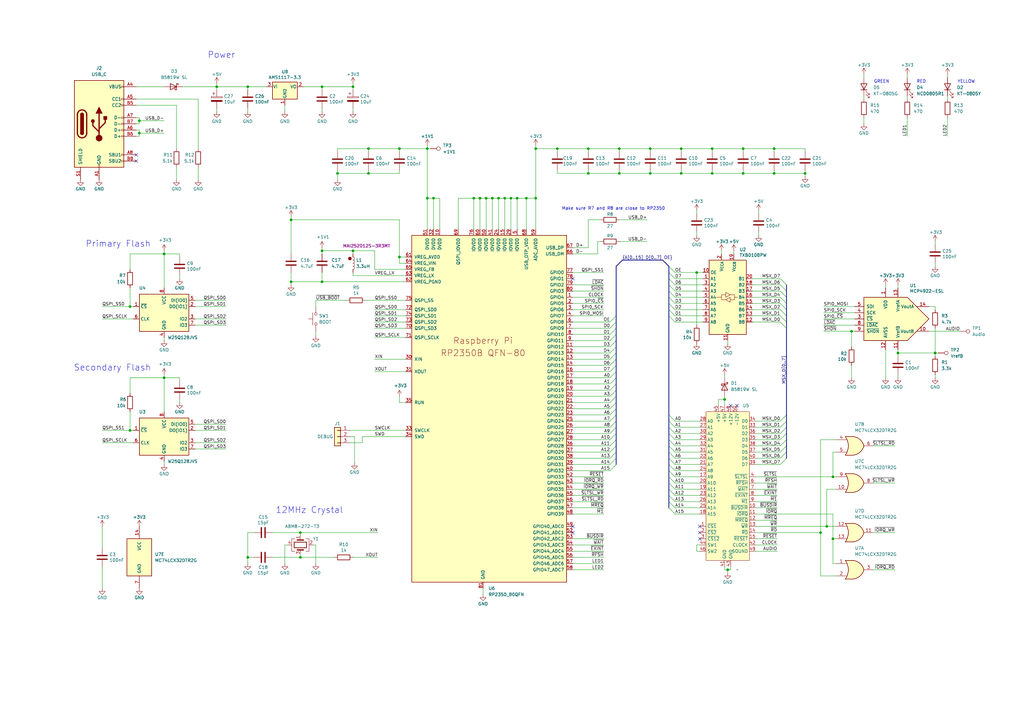
<source format=kicad_sch>
(kicad_sch (version 20231120) (generator "eeschema") (generator_version "8.0")
  (paper "A3")
  (title_block (title "Pico2 MSX") (date "2024-09-04") (rev "0.3"))
  (junction (at 349.25 135.89))
  (junction (at 132.08 115.57))
  (junction (at 304.8 60.96))
  (junction (at 119.38 115.57))
  (junction (at 219.71 81.28))
  (junction (at 341.63 195.58))
  (junction (at 194.31 81.28))
  (junction (at 330.2 71.12))
  (junction (at 175.26 81.28))
  (junction (at 151.13 71.12))
  (junction (at 219.71 60.96))
  (junction (at 298.45 233.68))
  (junction (at 196.85 81.28))
  (junction (at 101.6 35.56))
  (junction (at 101.6 228.6))
  (junction (at 67.31 154.94))
  (junction (at 254 71.12))
  (junction (at 266.7 71.12))
  (junction (at 163.83 105.41))
  (junction (at 209.55 81.28))
  (junction (at 53.34 125.73))
  (junction (at 383.54 144.78))
  (junction (at 132.08 35.56))
  (junction (at 151.13 60.96))
  (junction (at 207.01 81.28))
  (junction (at 228.6 60.96))
  (junction (at 317.5 71.12))
  (junction (at 119.38 90.17))
  (junction (at 292.1 71.12))
  (junction (at 204.47 81.28))
  (junction (at 241.3 60.96))
  (junction (at 67.31 104.14))
  (junction (at 57.15 49.53))
  (junction (at 199.39 81.28))
  (junction (at 266.7 60.96))
  (junction (at 175.26 60.96))
  (junction (at 212.09 81.28))
  (junction (at 304.8 71.12))
  (junction (at 317.5 60.96))
  (junction (at 123.19 218.44))
  (junction (at 88.9 35.56))
  (junction (at 163.83 60.96))
  (junction (at 341.63 220.98))
  (junction (at 241.3 71.12))
  (junction (at 123.19 228.6))
  (junction (at 368.3 144.78))
  (junction (at 279.4 60.96))
  (junction (at 144.78 102.87))
  (junction (at 279.4 71.12))
  (junction (at 339.09 215.9))
  (junction (at 53.34 176.53))
  (junction (at 336.55 218.44))
  (junction (at 177.8 81.28))
  (junction (at 292.1 60.96))
  (junction (at 215.9 81.28))
  (junction (at 132.08 102.87))
  (junction (at 297.18 163.83))
  (junction (at 144.78 35.56))
  (junction (at 57.15 54.61))
  (junction (at 285.75 111.76))
  (junction (at 254 60.96))
  (junction (at 201.93 81.28))
  (junction (at 138.43 71.12))
  (no_connect (at 234.95 218.44))
  (no_connect (at 287.02 215.9))
  (no_connect (at 234.95 114.3))
  (no_connect (at 287.02 218.44))
  (no_connect (at 234.95 215.9))
  (no_connect (at 299.72 166.37))
  (no_connect (at 287.02 220.98))
  (no_connect (at 55.88 63.5))
  (no_connect (at 55.88 66.04))
  (no_connect (at 302.26 166.37))
  (bus_entry (at 250.19 187.96) (size 2.54 -2.54))
  (bus_entry (at 250.19 170.18) (size 2.54 -2.54))
  (bus_entry (at 250.19 177.8) (size 2.54 -2.54))
  (bus_entry (at 250.19 160.02) (size 2.54 -2.54))
  (bus_entry (at 274.32 170.18) (size 2.54 2.54))
  (bus_entry (at 274.32 119.38) (size 2.54 2.54))
  (bus_entry (at 250.19 134.62) (size 2.54 -2.54))
  (bus_entry (at 322.58 172.72) (size -2.54 2.54))
  (bus_entry (at 250.19 137.16) (size 2.54 -2.54))
  (bus_entry (at 250.19 167.64) (size 2.54 -2.54))
  (bus_entry (at 250.19 132.08) (size 2.54 -2.54))
  (bus_entry (at 274.32 121.92) (size 2.54 2.54))
  (bus_entry (at 322.58 170.18) (size -2.54 2.54))
  (bus_entry (at 250.19 180.34) (size 2.54 -2.54))
  (bus_entry (at 274.32 129.54) (size 2.54 2.54))
  (bus_entry (at 250.19 154.94) (size 2.54 -2.54))
  (bus_entry (at 322.58 124.46) (size -2.54 -2.54))
  (bus_entry (at 274.32 195.58) (size 2.54 2.54))
  (bus_entry (at 250.19 193.04) (size 2.54 -2.54))
  (bus_entry (at 274.32 180.34) (size 2.54 2.54))
  (bus_entry (at 322.58 180.34) (size -2.54 2.54))
  (bus_entry (at 250.19 182.88) (size 2.54 -2.54))
  (bus_entry (at 322.58 175.26) (size -2.54 2.54))
  (bus_entry (at 322.58 116.84) (size -2.54 -2.54))
  (bus_entry (at 322.58 187.96) (size -2.54 2.54))
  (bus_entry (at 274.32 111.76) (size 2.54 2.54))
  (bus_entry (at 322.58 185.42) (size -2.54 2.54))
  (bus_entry (at 274.32 198.12) (size 2.54 2.54))
  (bus_entry (at 322.58 129.54) (size -2.54 -2.54))
  (bus_entry (at 250.19 147.32) (size 2.54 -2.54))
  (bus_entry (at 322.58 182.88) (size -2.54 2.54))
  (bus_entry (at 322.58 134.62) (size -2.54 -2.54))
  (bus_entry (at 274.32 177.8) (size 2.54 2.54))
  (bus_entry (at 274.32 193.04) (size 2.54 2.54))
  (bus_entry (at 322.58 119.38) (size -2.54 -2.54))
  (bus_entry (at 274.32 190.5) (size 2.54 2.54))
  (bus_entry (at 250.19 142.24) (size 2.54 -2.54))
  (bus_entry (at 250.19 172.72) (size 2.54 -2.54))
  (bus_entry (at 274.32 203.2) (size 2.54 2.54))
  (bus_entry (at 250.19 139.7) (size 2.54 -2.54))
  (bus_entry (at 250.19 185.42) (size 2.54 -2.54))
  (bus_entry (at 250.19 149.86) (size 2.54 -2.54))
  (bus_entry (at 322.58 127) (size -2.54 -2.54))
  (bus_entry (at 274.32 208.28) (size 2.54 2.54))
  (bus_entry (at 250.19 157.48) (size 2.54 -2.54))
  (bus_entry (at 250.19 144.78) (size 2.54 -2.54))
  (bus_entry (at 274.32 127) (size 2.54 2.54))
  (bus_entry (at 322.58 177.8) (size -2.54 2.54))
  (bus_entry (at 274.32 124.46) (size 2.54 2.54))
  (bus_entry (at 250.19 152.4) (size 2.54 -2.54))
  (bus_entry (at 250.19 175.26) (size 2.54 -2.54))
  (bus_entry (at 274.32 205.74) (size 2.54 2.54))
  (bus_entry (at 250.19 190.5) (size 2.54 -2.54))
  (bus_entry (at 274.32 116.84) (size 2.54 2.54))
  (bus_entry (at 274.32 109.22) (size 2.54 2.54))
  (bus_entry (at 274.32 200.66) (size 2.54 2.54))
  (bus_entry (at 274.32 114.3) (size 2.54 2.54))
  (bus_entry (at 322.58 121.92) (size -2.54 -2.54))
  (bus_entry (at 274.32 185.42) (size 2.54 2.54))
  (bus_entry (at 274.32 182.88) (size 2.54 2.54))
  (bus_entry (at 322.58 132.08) (size -2.54 -2.54))
  (bus_entry (at 274.32 172.72) (size 2.54 2.54))
  (bus_entry (at 250.19 165.1) (size 2.54 -2.54))
  (bus_entry (at 274.32 175.26) (size 2.54 2.54))
  (bus_entry (at 250.19 162.56) (size 2.54 -2.54))
  (bus_entry (at 274.32 187.96) (size 2.54 2.54))
  (bus (pts (xy 322.58 134.62) (xy 322.58 132.08)))
  (wire (pts (xy 148.59 179.07) (xy 166.37 179.07)))
  (bus (pts (xy 274.32 205.74) (xy 274.32 208.28)))
  (wire (pts (xy 285.75 111.76) (xy 288.29 111.76)))
  (wire (pts (xy 119.38 111.76) (xy 119.38 115.57)))
  (wire (pts (xy 383.54 144.78) (xy 383.54 146.05)))
  (wire (pts (xy 336.55 218.44) (xy 336.55 236.22)))
  (wire (pts (xy 309.88 182.88) (xy 320.04 182.88)))
  (wire (pts (xy 339.09 200.66) (xy 342.9 200.66)))
  (wire (pts (xy 234.95 116.84) (xy 247.65 116.84)))
  (wire (pts (xy 309.88 185.42) (xy 320.04 185.42)))
  (bus (pts (xy 322.58 129.54) (xy 322.58 127)))
  (wire (pts (xy 151.13 60.96) (xy 163.83 60.96)))
  (wire (pts (xy 144.78 35.56) (xy 144.78 34.29)))
  (wire (pts (xy 143.51 179.07) (xy 145.415 179.07)))
  (wire (pts (xy 279.4 62.23) (xy 279.4 60.96)))
  (wire (pts (xy 309.88 200.66) (xy 318.77 200.66)))
  (wire (pts (xy 132.08 35.56) (xy 132.08 36.83)))
  (wire (pts (xy 81.28 68.58) (xy 81.28 73.66)))
  (wire (pts (xy 279.4 69.85) (xy 279.4 71.12)))
  (bus (pts (xy 274.32 124.46) (xy 274.32 127)))
  (wire (pts (xy 119.38 115.57) (xy 119.38 116.84)))
  (wire (pts (xy 228.6 60.96) (xy 241.3 60.96)))
  (wire (pts (xy 207.01 81.28) (xy 209.55 81.28)))
  (wire (pts (xy 276.86 127) (xy 288.29 127)))
  (wire (pts (xy 308.61 116.84) (xy 320.04 116.84)))
  (wire (pts (xy 234.95 190.5) (xy 250.19 190.5)))
  (wire (pts (xy 151.13 62.23) (xy 151.13 60.96)))
  (wire (pts (xy 166.37 138.43) (xy 153.67 138.43)))
  (wire (pts (xy 151.13 71.12) (xy 163.83 71.12)))
  (wire (pts (xy 73.66 154.94) (xy 67.31 154.94)))
  (wire (pts (xy 276.86 177.8) (xy 287.02 177.8)))
  (wire (pts (xy 276.86 119.38) (xy 288.29 119.38)))
  (bus (pts (xy 322.58 175.26) (xy 322.58 177.8)))
  (wire (pts (xy 138.43 69.85) (xy 138.43 71.12)))
  (bus (pts (xy 274.32 185.42) (xy 274.32 187.96)))
  (wire (pts (xy 250.19 132.08) (xy 234.95 132.08)))
  (wire (pts (xy 88.9 34.29) (xy 88.9 35.56)))
  (wire (pts (xy 234.95 101.6) (xy 241.3 101.6)))
  (wire (pts (xy 368.3 153.67) (xy 368.3 154.94)))
  (wire (pts (xy 354.33 48.26) (xy 354.33 50.8)))
  (bus (pts (xy 322.58 170.18) (xy 322.58 172.72)))
  (wire (pts (xy 80.01 184.15) (xy 92.71 184.15)))
  (wire (pts (xy 234.95 233.68) (xy 247.65 233.68)))
  (bus (pts (xy 252.73 177.8) (xy 252.73 180.34)))
  (bus (pts (xy 274.32 172.72) (xy 274.32 175.26)))
  (bus (pts (xy 322.58 132.08) (xy 322.58 129.54)))
  (wire (pts (xy 234.95 228.6) (xy 247.65 228.6)))
  (wire (pts (xy 234.95 231.14) (xy 247.65 231.14)))
  (wire (pts (xy 292.1 62.23) (xy 292.1 60.96)))
  (wire (pts (xy 285.75 95.25) (xy 285.75 96.52)))
  (bus (pts (xy 274.32 180.34) (xy 274.32 182.88)))
  (wire (pts (xy 111.76 228.6) (xy 123.19 228.6)))
  (wire (pts (xy 153.67 102.87) (xy 144.78 102.87)))
  (wire (pts (xy 266.7 62.23) (xy 266.7 60.96)))
  (wire (pts (xy 234.95 149.86) (xy 250.19 149.86)))
  (wire (pts (xy 276.86 180.34) (xy 287.02 180.34)))
  (wire (pts (xy 276.86 187.96) (xy 287.02 187.96)))
  (wire (pts (xy 119.38 90.17) (xy 163.83 90.17)))
  (wire (pts (xy 383.54 153.67) (xy 383.54 154.94)))
  (wire (pts (xy 266.7 69.85) (xy 266.7 71.12)))
  (wire (pts (xy 55.88 55.88) (xy 57.15 55.88)))
  (bus (pts (xy 274.32 193.04) (xy 274.32 195.58)))
  (bus (pts (xy 274.32 109.22) (xy 274.32 111.76)))
  (wire (pts (xy 245.11 104.14) (xy 234.95 104.14)))
  (wire (pts (xy 234.95 111.76) (xy 247.65 111.76)))
  (wire (pts (xy 234.95 129.54) (xy 247.65 129.54)))
  (wire (pts (xy 309.88 198.12) (xy 318.77 198.12)))
  (bus (pts (xy 322.58 177.8) (xy 322.58 180.34)))
  (bus (pts (xy 322.58 124.46) (xy 322.58 121.92)))
  (wire (pts (xy 234.95 193.04) (xy 250.19 193.04)))
  (wire (pts (xy 234.95 198.12) (xy 247.65 198.12)))
  (bus (pts (xy 252.73 139.7) (xy 252.73 142.24)))
  (wire (pts (xy 276.86 198.12) (xy 287.02 198.12)))
  (wire (pts (xy 276.86 190.5) (xy 287.02 190.5)))
  (wire (pts (xy 199.39 93.98) (xy 199.39 81.28)))
  (wire (pts (xy 311.15 95.25) (xy 311.15 96.52)))
  (wire (pts (xy 219.71 81.28) (xy 219.71 93.98)))
  (wire (pts (xy 234.95 160.02) (xy 250.19 160.02)))
  (wire (pts (xy 298.45 233.68) (xy 298.45 234.95)))
  (bus (pts (xy 274.32 187.96) (xy 274.32 190.5)))
  (wire (pts (xy 129.54 123.19) (xy 129.54 125.73)))
  (wire (pts (xy 101.6 35.56) (xy 101.6 36.83)))
  (wire (pts (xy 234.95 121.92) (xy 247.65 121.92)))
  (wire (pts (xy 212.09 81.28) (xy 212.09 93.98)))
  (wire (pts (xy 53.34 118.11) (xy 53.34 125.73)))
  (wire (pts (xy 234.95 124.46) (xy 247.65 124.46)))
  (wire (pts (xy 388.62 39.37) (xy 388.62 40.64)))
  (wire (pts (xy 129.54 223.52) (xy 128.27 223.52)))
  (wire (pts (xy 187.96 93.98) (xy 187.96 81.28)))
  (wire (pts (xy 339.09 215.9) (xy 342.9 215.9)))
  (wire (pts (xy 67.31 102.87) (xy 67.31 104.14)))
  (wire (pts (xy 234.95 167.64) (xy 250.19 167.64)))
  (wire (pts (xy 349.25 154.94) (xy 349.25 149.86)))
  (wire (pts (xy 358.14 218.44) (xy 367.03 218.44)))
  (wire (pts (xy 163.83 107.95) (xy 163.83 105.41)))
  (wire (pts (xy 383.54 99.06) (xy 383.54 100.33)))
  (wire (pts (xy 311.15 86.36) (xy 311.15 87.63)))
  (bus (pts (xy 274.32 116.84) (xy 274.32 119.38)))
  (wire (pts (xy 304.8 60.96) (xy 317.5 60.96)))
  (wire (pts (xy 287.02 223.52) (xy 285.75 223.52)))
  (wire (pts (xy 298.45 233.68) (xy 299.72 233.68)))
  (wire (pts (xy 57.15 49.53) (xy 67.31 49.53)))
  (wire (pts (xy 57.15 54.61) (xy 57.15 53.34)))
  (wire (pts (xy 234.95 165.1) (xy 250.19 165.1)))
  (wire (pts (xy 317.5 71.12) (xy 304.8 71.12)))
  (bus (pts (xy 274.32 203.2) (xy 274.32 205.74)))
  (bus (pts (xy 274.32 121.92) (xy 274.32 124.46)))
  (bus (pts (xy 252.73 157.48) (xy 252.73 160.02)))
  (bus (pts (xy 252.73 109.22) (xy 252.73 129.54)))
  (wire (pts (xy 201.93 81.28) (xy 204.47 81.28)))
  (wire (pts (xy 341.63 231.14) (xy 341.63 220.98)))
  (wire (pts (xy 57.15 50.8) (xy 55.88 50.8)))
  (wire (pts (xy 163.83 107.95) (xy 166.37 107.95)))
  (wire (pts (xy 279.4 71.12) (xy 266.7 71.12)))
  (wire (pts (xy 317.5 69.85) (xy 317.5 71.12)))
  (bus (pts (xy 274.32 175.26) (xy 274.32 177.8)))
  (wire (pts (xy 116.84 223.52) (xy 118.11 223.52)))
  (wire (pts (xy 175.26 60.96) (xy 175.26 81.28)))
  (wire (pts (xy 196.85 81.28) (xy 199.39 81.28)))
  (wire (pts (xy 57.15 54.61) (xy 67.31 54.61)))
  (wire (pts (xy 201.93 93.98) (xy 201.93 81.28)))
  (wire (pts (xy 53.34 104.14) (xy 67.31 104.14)))
  (wire (pts (xy 67.31 154.94) (xy 67.31 168.91)))
  (wire (pts (xy 234.95 223.52) (xy 247.65 223.52)))
  (wire (pts (xy 342.9 220.98) (xy 341.63 220.98)))
  (wire (pts (xy 309.88 187.96) (xy 320.04 187.96)))
  (bus (pts (xy 322.58 172.72) (xy 322.58 175.26)))
  (wire (pts (xy 199.39 81.28) (xy 201.93 81.28)))
  (wire (pts (xy 309.88 215.9) (xy 339.09 215.9)))
  (wire (pts (xy 88.9 36.83) (xy 88.9 35.56)))
  (wire (pts (xy 80.01 176.53) (xy 92.71 176.53)))
  (bus (pts (xy 274.32 198.12) (xy 274.32 200.66)))
  (wire (pts (xy 279.4 60.96) (xy 292.1 60.96)))
  (wire (pts (xy 241.3 60.96) (xy 254 60.96)))
  (wire (pts (xy 53.34 110.49) (xy 53.34 104.14)))
  (bus (pts (xy 274.32 127) (xy 274.32 129.54)))
  (wire (pts (xy 119.38 115.57) (xy 132.08 115.57)))
  (wire (pts (xy 309.88 172.72) (xy 320.04 172.72)))
  (wire (pts (xy 144.78 113.03) (xy 166.37 113.03)))
  (wire (pts (xy 241.3 69.85) (xy 241.3 71.12)))
  (wire (pts (xy 104.14 228.6) (xy 101.6 228.6)))
  (wire (pts (xy 309.88 175.26) (xy 320.04 175.26)))
  (wire (pts (xy 383.54 107.95) (xy 383.54 109.22)))
  (wire (pts (xy 80.01 133.35) (xy 92.71 133.35)))
  (wire (pts (xy 148.59 179.07) (xy 148.59 181.61)))
  (wire (pts (xy 132.08 101.6) (xy 132.08 102.87)))
  (wire (pts (xy 149.86 123.19) (xy 166.37 123.19)))
  (wire (pts (xy 138.43 62.23) (xy 138.43 60.96)))
  (wire (pts (xy 144.78 113.03) (xy 144.78 111.76)))
  (wire (pts (xy 276.86 116.84) (xy 288.29 116.84)))
  (bus (pts (xy 252.73 175.26) (xy 252.73 177.8)))
  (wire (pts (xy 234.95 119.38) (xy 247.65 119.38)))
  (wire (pts (xy 209.55 81.28) (xy 212.09 81.28)))
  (wire (pts (xy 276.86 200.66) (xy 287.02 200.66)))
  (wire (pts (xy 101.6 228.6) (xy 101.6 231.14)))
  (wire (pts (xy 67.31 138.43) (xy 67.31 139.7)))
  (wire (pts (xy 363.22 116.84) (xy 363.22 118.11)))
  (bus (pts (xy 252.73 154.94) (xy 252.73 157.48)))
  (bus (pts (xy 252.73 109.22) (xy 255.27 106.68)))
  (wire (pts (xy 285.75 86.36) (xy 285.75 87.63)))
  (wire (pts (xy 368.3 144.78) (xy 368.3 143.51)))
  (wire (pts (xy 163.83 165.1) (xy 166.37 165.1)))
  (wire (pts (xy 309.88 195.58) (xy 341.63 195.58)))
  (bus (pts (xy 252.73 180.34) (xy 252.73 182.88)))
  (wire (pts (xy 67.31 104.14) (xy 67.31 118.11)))
  (wire (pts (xy 254 99.06) (xy 265.43 99.06)))
  (wire (pts (xy 308.61 121.92) (xy 320.04 121.92)))
  (wire (pts (xy 234.95 182.88) (xy 250.19 182.88)))
  (wire (pts (xy 309.88 226.06) (xy 318.77 226.06)))
  (wire (pts (xy 234.95 187.96) (xy 250.19 187.96)))
  (wire (pts (xy 175.26 81.28) (xy 175.26 93.98)))
  (wire (pts (xy 153.67 110.49) (xy 153.67 102.87)))
  (wire (pts (xy 308.61 114.3) (xy 320.04 114.3)))
  (wire (pts (xy 234.95 203.2) (xy 247.65 203.2)))
  (wire (pts (xy 298.45 139.7) (xy 298.45 140.97)))
  (wire (pts (xy 309.88 220.98) (xy 318.77 220.98)))
  (wire (pts (xy 234.95 154.94) (xy 250.19 154.94)))
  (wire (pts (xy 294.64 163.83) (xy 297.18 163.83)))
  (wire (pts (xy 53.34 161.29) (xy 53.34 154.94)))
  (wire (pts (xy 276.86 175.26) (xy 287.02 175.26)))
  (wire (pts (xy 309.88 213.36) (xy 318.77 213.36)))
  (wire (pts (xy 309.88 180.34) (xy 320.04 180.34)))
  (wire (pts (xy 342.9 185.42) (xy 341.63 185.42)))
  (wire (pts (xy 41.91 181.61) (xy 54.61 181.61)))
  (wire (pts (xy 72.39 43.18) (xy 72.39 60.96)))
  (wire (pts (xy 294.64 166.37) (xy 294.64 163.83)))
  (wire (pts (xy 138.43 71.12) (xy 138.43 73.66)))
  (wire (pts (xy 234.95 177.8) (xy 250.19 177.8)))
  (bus (pts (xy 252.73 129.54) (xy 252.73 132.08)))
  (wire (pts (xy 204.47 81.28) (xy 207.01 81.28)))
  (wire (pts (xy 55.88 48.26) (xy 57.15 48.26)))
  (wire (pts (xy 124.46 35.56) (xy 132.08 35.56)))
  (wire (pts (xy 309.88 190.5) (xy 320.04 190.5)))
  (wire (pts (xy 349.25 135.89) (xy 349.25 142.24)))
  (wire (pts (xy 55.88 40.64) (xy 81.28 40.64)))
  (bus (pts (xy 252.73 149.86) (xy 252.73 152.4)))
  (wire (pts (xy 151.13 69.85) (xy 151.13 71.12)))
  (wire (pts (xy 317.5 60.96) (xy 330.2 60.96)))
  (wire (pts (xy 163.83 165.1) (xy 163.83 162.56)))
  (bus (pts (xy 322.58 185.42) (xy 322.58 187.96)))
  (wire (pts (xy 368.3 116.84) (xy 368.3 118.11)))
  (wire (pts (xy 308.61 124.46) (xy 320.04 124.46)))
  (wire (pts (xy 254 62.23) (xy 254 60.96)))
  (bus (pts (xy 252.73 160.02) (xy 252.73 162.56)))
  (bus (pts (xy 274.32 119.38) (xy 274.32 121.92)))
  (wire (pts (xy 234.95 127) (xy 247.65 127)))
  (bus (pts (xy 322.58 121.92) (xy 322.58 119.38)))
  (wire (pts (xy 111.76 218.44) (xy 123.19 218.44)))
  (wire (pts (xy 297.18 162.56) (xy 297.18 163.83)))
  (wire (pts (xy 80.01 130.81) (xy 92.71 130.81)))
  (wire (pts (xy 153.67 147.32) (xy 166.37 147.32)))
  (wire (pts (xy 198.12 241.3) (xy 198.12 243.84)))
  (wire (pts (xy 276.86 203.2) (xy 287.02 203.2)))
  (wire (pts (xy 336.55 180.34) (xy 342.9 180.34)))
  (wire (pts (xy 153.67 132.08) (xy 166.37 132.08)))
  (bus (pts (xy 274.32 182.88) (xy 274.32 185.42)))
  (wire (pts (xy 363.22 143.51) (xy 363.22 154.94)))
  (bus (pts (xy 274.32 190.5) (xy 274.32 193.04)))
  (wire (pts (xy 101.6 218.44) (xy 101.6 228.6)))
  (wire (pts (xy 88.9 44.45) (xy 88.9 45.72)))
  (wire (pts (xy 388.62 30.48) (xy 388.62 31.75)))
  (wire (pts (xy 300.99 102.87) (xy 300.99 104.14)))
  (wire (pts (xy 57.15 49.53) (xy 57.15 50.8)))
  (wire (pts (xy 180.34 81.28) (xy 180.34 93.98)))
  (wire (pts (xy 41.91 215.9) (xy 41.91 224.79)))
  (wire (pts (xy 194.31 93.98) (xy 194.31 81.28)))
  (wire (pts (xy 354.33 30.48) (xy 354.33 31.75)))
  (wire (pts (xy 138.43 60.96) (xy 151.13 60.96)))
  (wire (pts (xy 309.88 177.8) (xy 320.04 177.8)))
  (wire (pts (xy 383.54 144.78) (xy 368.3 144.78)))
  (wire (pts (xy 341.63 195.58) (xy 342.9 195.58)))
  (wire (pts (xy 295.91 102.87) (xy 295.91 104.14)))
  (bus (pts (xy 252.73 167.64) (xy 252.73 170.18)))
  (wire (pts (xy 372.11 48.26) (xy 372.11 55.88)))
  (wire (pts (xy 41.91 130.81) (xy 54.61 130.81)))
  (wire (pts (xy 41.91 232.41) (xy 41.91 241.3)))
  (bus (pts (xy 274.32 111.76) (xy 274.32 114.3)))
  (bus (pts (xy 274.32 195.58) (xy 274.32 198.12)))
  (wire (pts (xy 73.66 104.14) (xy 67.31 104.14)))
  (wire (pts (xy 330.2 62.23) (xy 330.2 60.96)))
  (wire (pts (xy 153.67 127) (xy 166.37 127)))
  (wire (pts (xy 276.86 208.28) (xy 287.02 208.28)))
  (wire (pts (xy 336.55 180.34) (xy 336.55 218.44)))
  (wire (pts (xy 241.3 90.17) (xy 241.3 101.6)))
  (wire (pts (xy 67.31 189.23) (xy 67.31 190.5)))
  (bus (pts (xy 252.73 162.56) (xy 252.73 165.1)))
  (wire (pts (xy 304.8 69.85) (xy 304.8 71.12)))
  (wire (pts (xy 219.71 59.69) (xy 219.71 60.96)))
  (wire (pts (xy 304.8 62.23) (xy 304.8 60.96)))
  (bus (pts (xy 252.73 165.1) (xy 252.73 167.64)))
  (wire (pts (xy 308.61 132.08) (xy 320.04 132.08)))
  (bus (pts (xy 252.73 134.62) (xy 252.73 137.16)))
  (wire (pts (xy 153.67 129.54) (xy 166.37 129.54)))
  (wire (pts (xy 341.63 210.82) (xy 341.63 220.98)))
  (wire (pts (xy 388.62 48.26) (xy 388.62 55.88)))
  (wire (pts (xy 309.88 205.74) (xy 318.77 205.74)))
  (wire (pts (xy 153.67 134.62) (xy 166.37 134.62)))
  (wire (pts (xy 123.19 227.33) (xy 123.19 228.6)))
  (wire (pts (xy 309.88 203.2) (xy 318.77 203.2)))
  (wire (pts (xy 317.5 62.23) (xy 317.5 60.96)))
  (bus (pts (xy 322.58 182.88) (xy 322.58 185.42)))
  (bus (pts (xy 274.32 200.66) (xy 274.32 203.2)))
  (wire (pts (xy 309.88 210.82) (xy 341.63 210.82)))
  (wire (pts (xy 358.14 198.12) (xy 367.03 198.12)))
  (wire (pts (xy 254 60.96) (xy 266.7 60.96)))
  (bus (pts (xy 274.32 177.8) (xy 274.32 180.34)))
  (wire (pts (xy 330.2 71.12) (xy 317.5 71.12)))
  (wire (pts (xy 342.9 231.14) (xy 341.63 231.14)))
  (wire (pts (xy 73.66 105.41) (xy 73.66 104.14)))
  (wire (pts (xy 285.75 223.52) (xy 285.75 226.06)))
  (wire (pts (xy 163.83 60.96) (xy 175.26 60.96)))
  (wire (pts (xy 383.54 134.62) (xy 383.54 144.78)))
  (wire (pts (xy 372.11 30.48) (xy 372.11 31.75)))
  (wire (pts (xy 292.1 60.96) (xy 304.8 60.96)))
  (wire (pts (xy 57.15 55.88) (xy 57.15 54.61)))
  (wire (pts (xy 132.08 115.57) (xy 166.37 115.57)))
  (bus (pts (xy 255.27 106.68) (xy 271.78 106.68)))
  (wire (pts (xy 309.88 218.44) (xy 336.55 218.44)))
  (wire (pts (xy 304.8 71.12) (xy 292.1 71.12)))
  (wire (pts (xy 297.18 233.68) (xy 298.45 233.68)))
  (wire (pts (xy 67.31 35.56) (xy 55.88 35.56)))
  (wire (pts (xy 55.88 53.34) (xy 57.15 53.34)))
  (wire (pts (xy 219.71 60.96) (xy 228.6 60.96)))
  (wire (pts (xy 234.95 137.16) (xy 250.19 137.16)))
  (wire (pts (xy 132.08 111.76) (xy 132.08 115.57)))
  (bus (pts (xy 252.73 132.08) (xy 252.73 134.62)))
  (wire (pts (xy 72.39 68.58) (xy 72.39 73.66)))
  (wire (pts (xy 234.95 172.72) (xy 250.19 172.72)))
  (bus (pts (xy 322.58 180.34) (xy 322.58 182.88)))
  (wire (pts (xy 163.83 90.17) (xy 163.83 105.41)))
  (wire (pts (xy 292.1 69.85) (xy 292.1 71.12)))
  (wire (pts (xy 53.34 168.91) (xy 53.34 176.53)))
  (wire (pts (xy 234.95 185.42) (xy 250.19 185.42)))
  (wire (pts (xy 145.415 179.07) (xy 145.415 189.865)))
  (wire (pts (xy 241.3 90.17) (xy 246.38 90.17)))
  (wire (pts (xy 350.52 128.27) (xy 337.82 128.27)))
  (wire (pts (xy 297.18 153.67) (xy 297.18 154.94)))
  (wire (pts (xy 276.86 114.3) (xy 288.29 114.3)))
  (wire (pts (xy 142.24 123.19) (xy 129.54 123.19)))
  (wire (pts (xy 41.91 176.53) (xy 53.34 176.53)))
  (wire (pts (xy 177.8 81.28) (xy 180.34 81.28)))
  (wire (pts (xy 123.19 228.6) (xy 137.16 228.6)))
  (wire (pts (xy 143.51 176.53) (xy 166.37 176.53)))
  (wire (pts (xy 245.11 99.06) (xy 245.11 104.14)))
  (wire (pts (xy 67.31 153.67) (xy 67.31 154.94)))
  (wire (pts (xy 163.83 105.41) (xy 166.37 105.41)))
  (wire (pts (xy 358.14 233.68) (xy 367.03 233.68)))
  (wire (pts (xy 196.85 93.98) (xy 196.85 81.28)))
  (wire (pts (xy 349.25 135.89) (xy 337.82 135.89)))
  (wire (pts (xy 129.54 135.89) (xy 129.54 137.795)))
  (bus (pts (xy 274.32 170.18) (xy 274.32 172.72)))
  (wire (pts (xy 254 69.85) (xy 254 71.12)))
  (wire (pts (xy 74.93 35.56) (xy 88.9 35.56)))
  (wire (pts (xy 104.14 218.44) (xy 101.6 218.44)))
  (wire (pts (xy 53.34 125.73) (xy 54.61 125.73)))
  (wire (pts (xy 234.95 210.82) (xy 247.65 210.82)))
  (wire (pts (xy 276.86 111.76) (xy 285.75 111.76)))
  (wire (pts (xy 276.86 124.46) (xy 288.29 124.46)))
  (wire (pts (xy 234.95 175.26) (xy 250.19 175.26)))
  (wire (pts (xy 254 90.17) (xy 265.43 90.17)))
  (wire (pts (xy 209.55 93.98) (xy 209.55 81.28)))
  (wire (pts (xy 175.26 59.69) (xy 175.26 60.96)))
  (wire (pts (xy 383.54 125.73) (xy 383.54 127)))
  (wire (pts (xy 119.38 90.17) (xy 119.38 104.14)))
  (wire (pts (xy 234.95 180.34) (xy 250.19 180.34)))
  (wire (pts (xy 132.08 102.87) (xy 144.78 102.87)))
  (wire (pts (xy 215.9 93.98) (xy 215.9 81.28)))
  (wire (pts (xy 308.61 119.38) (xy 320.04 119.38)))
  (wire (pts (xy 234.95 226.06) (xy 247.65 226.06)))
  (wire (pts (xy 330.2 71.12) (xy 330.2 72.39)))
  (wire (pts (xy 53.34 176.53) (xy 54.61 176.53)))
  (wire (pts (xy 55.88 43.18) (xy 72.39 43.18)))
  (wire (pts (xy 368.3 144.78) (xy 368.3 146.05)))
  (wire (pts (xy 101.6 44.45) (xy 101.6 45.72)))
  (wire (pts (xy 81.28 40.64) (xy 81.28 60.96)))
  (wire (pts (xy 215.9 81.28) (xy 219.71 81.28)))
  (wire (pts (xy 212.09 81.28) (xy 215.9 81.28)))
  (wire (pts (xy 358.14 182.88) (xy 367.03 182.88)))
  (wire (pts (xy 176.53 60.96) (xy 175.26 60.96)))
  (wire (pts (xy 116.84 231.14) (xy 116.84 223.52)))
  (wire (pts (xy 276.86 129.54) (xy 288.29 129.54)))
  (wire (pts (xy 234.95 195.58) (xy 247.65 195.58)))
  (wire (pts (xy 254 71.12) (xy 241.3 71.12)))
  (wire (pts (xy 101.6 35.56) (xy 88.9 35.56)))
  (wire (pts (xy 383.54 144.78) (xy 384.81 144.78)))
  (wire (pts (xy 285.75 111.76) (xy 285.75 133.35)))
  (wire (pts (xy 266.7 71.12) (xy 254 71.12)))
  (wire (pts (xy 341.63 185.42) (xy 341.63 195.58)))
  (bus (pts (xy 322.58 119.38) (xy 322.58 116.84)))
  (wire (pts (xy 123.19 218.44) (xy 154.94 218.44)))
  (bus (pts (xy 274.32 114.3) (xy 274.32 116.84)))
  (wire (pts (xy 132.08 35.56) (xy 144.78 35.56)))
  (wire (pts (xy 276.86 210.82) (xy 287.02 210.82)))
  (wire (pts (xy 381 135.89) (xy 393.7 135.89)))
  (wire (pts (xy 276.86 182.88) (xy 287.02 182.88)))
  (wire (pts (xy 234.95 220.98) (xy 247.65 220.98)))
  (wire (pts (xy 297.18 232.41) (xy 297.18 233.68)))
  (wire (pts (xy 119.38 88.9) (xy 119.38 90.17)))
  (wire (pts (xy 234.95 170.18) (xy 250.19 170.18)))
  (wire (pts (xy 144.78 102.87) (xy 144.78 104.14)))
  (wire (pts (xy 194.31 81.28) (xy 196.85 81.28)))
  (wire (pts (xy 234.95 205.74) (xy 247.65 205.74)))
  (wire (pts (xy 204.47 93.98) (xy 204.47 81.28)))
  (wire (pts (xy 354.33 39.37) (xy 354.33 40.64)))
  (wire (pts (xy 276.86 185.42) (xy 287.02 185.42)))
  (bus (pts (xy 252.73 182.88) (xy 252.73 185.42)))
  (bus (pts (xy 252.73 187.96) (xy 252.73 190.5)))
  (wire (pts (xy 234.95 208.28) (xy 247.65 208.28)))
  (bus (pts (xy 252.73 185.42) (xy 252.73 187.96)))
  (wire (pts (xy 228.6 62.23) (xy 228.6 60.96)))
  (wire (pts (xy 309.88 208.28) (xy 318.77 208.28)))
  (wire (pts (xy 116.84 43.18) (xy 116.84 45.72)))
  (wire (pts (xy 129.54 223.52) (xy 129.54 231.14)))
  (bus (pts (xy 322.58 127) (xy 322.58 124.46)))
  (wire (pts (xy 350.52 125.73) (xy 337.82 125.73)))
  (bus (pts (xy 252.73 144.78) (xy 252.73 147.32)))
  (wire (pts (xy 234.95 162.56) (xy 250.19 162.56)))
  (wire (pts (xy 163.83 62.23) (xy 163.83 60.96)))
  (bus (pts (xy 252.73 142.24) (xy 252.73 144.78)))
  (wire (pts (xy 308.61 127) (xy 320.04 127)))
  (wire (pts (xy 144.78 36.83) (xy 144.78 35.56)))
  (wire (pts (xy 292.1 71.12) (xy 279.4 71.12)))
  (wire (pts (xy 138.43 71.12) (xy 151.13 71.12)))
  (wire (pts (xy 187.96 81.28) (xy 194.31 81.28)))
  (wire (pts (xy 381 125.73) (xy 383.54 125.73)))
  (wire (pts (xy 234.95 157.48) (xy 250.19 157.48)))
  (wire (pts (xy 234.95 152.4) (xy 250.19 152.4)))
  (bus (pts (xy 252.73 152.4) (xy 252.73 154.94)))
  (wire (pts (xy 309.88 223.52) (xy 318.77 223.52)))
  (wire (pts (xy 234.95 200.66) (xy 247.65 200.66)))
  (wire (pts (xy 177.8 81.28) (xy 175.26 81.28)))
  (wire (pts (xy 109.22 35.56) (xy 101.6 35.56)))
  (bus (pts (xy 252.73 172.72) (xy 252.73 175.26)))
  (wire (pts (xy 207.01 81.28) (xy 207.01 93.98)))
  (wire (pts (xy 166.37 110.49) (xy 153.67 110.49)))
  (wire (pts (xy 336.55 236.22) (xy 342.9 236.22)))
  (wire (pts (xy 73.66 156.21) (xy 73.66 154.94)))
  (wire (pts (xy 234.95 147.32) (xy 250.19 147.32)))
  (wire (pts (xy 148.59 181.61) (xy 143.51 181.61)))
  (wire (pts (xy 144.78 44.45) (xy 144.78 45.72)))
  (wire (pts (xy 241.3 62.23) (xy 241.3 60.96)))
  (wire (pts (xy 73.66 163.83) (xy 73.66 165.1)))
  (wire (pts (xy 80.01 181.61) (xy 92.71 181.61)))
  (wire (pts (xy 245.11 99.06) (xy 246.38 99.06)))
  (bus (pts (xy 274.32 109.22) (xy 271.78 106.68)))
  (wire (pts (xy 241.3 71.12) (xy 228.6 71.12)))
  (wire (pts (xy 339.09 200.66) (xy 339.09 215.9)))
  (wire (pts (xy 228.6 69.85) (xy 228.6 71.12)))
  (wire (pts (xy 123.19 219.71) (xy 123.19 218.44)))
  (wire (pts (xy 350.52 130.81) (xy 337.82 130.81)))
  (wire (pts (xy 219.71 60.96) (xy 219.71 81.28)))
  (wire (pts (xy 132.08 104.14) (xy 132.08 102.87)))
  (bus (pts (xy 252.73 147.32) (xy 252.73 149.86)))
  (bus (pts (xy 322.58 134.62) (xy 322.58 170.18)))
  (bus (pts (xy 252.73 137.16) (xy 252.73 139.7)))
  (bus (pts (xy 252.73 170.18) (xy 252.73 172.72)))
  (wire (pts (xy 276.86 193.04) (xy 287.02 193.04)))
  (wire (pts (xy 132.08 44.45) (xy 132.08 45.72)))
  (wire (pts (xy 53.34 154.94) (xy 67.31 154.94)))
  (wire (pts (xy 276.86 205.74) (xy 287.02 205.74)))
  (wire (pts (xy 144.78 228.6) (xy 154.94 228.6)))
  (wire (pts (xy 80.01 123.19) (xy 92.71 123.19)))
  (wire (pts (xy 80.01 173.99) (xy 92.71 173.99)))
  (wire (pts (xy 276.86 195.58) (xy 287.02 195.58)))
  (wire (pts (xy 266.7 60.96) (xy 279.4 60.96)))
  (wire (pts (xy 234.95 144.78) (xy 250.19 144.78)))
  (wire (pts (xy 166.37 152.4) (xy 153.67 152.4)))
  (wire (pts (xy 350.52 135.89) (xy 349.25 135.89)))
  (wire (pts (xy 297.18 163.83) (xy 297.18 166.37)))
  (wire (pts (xy 350.52 133.35) (xy 337.82 133.35)))
  (wire (pts (xy 41.91 125.73) (xy 53.34 125.73)))
  (wire (pts (xy 234.95 142.24) (xy 250.19 142.24)))
  (wire (pts (xy 276.86 132.08) (xy 288.29 132.08)))
  (wire (pts (xy 57.15 48.26) (xy 57.15 49.53)))
  (wire (pts (xy 299.72 233.68) (xy 299.72 232.41)))
  (wire (pts (xy 80.01 125.73) (xy 92.71 125.73)))
  (wire (pts (xy 372.11 39.37) (xy 372.11 40.64)))
  (wire (pts (xy 308.61 129.54) (xy 320.04 129.54)))
  (wire (pts (xy 163.83 71.12) (xy 163.83 69.85)))
  (wire (pts (xy 234.95 139.7) (xy 250.19 139.7)))
  (wire (pts (xy 177.8 93.98) (xy 177.8 81.28)))
  (wire (pts (xy 330.2 69.85) (xy 330.2 71.12)))
  (wire (pts (xy 276.86 121.92) (xy 288.29 121.92)))
  (wire (pts (xy 73.66 113.03) (xy 73.66 114.3)))
  (bus (pts (xy 274.32 129.54) (xy 274.32 170.18)))
  (wire (pts (xy 276.86 172.72) (xy 287.02 172.72)))
  (wire (pts (xy 234.95 134.62) (xy 250.19 134.62)))
  (wire (pts (xy 285.75 226.06) (xy 287.02 226.06)))
  (circle (center 143.51 106.045) (radius 0.635) (stroke (width 0) (color 132 0 0 1)) (fill (type color) (color 132 0 0 1)))
  (text "12MHz Crystal" (at 113.03 210.82 0) (effects (font (size 2.54 2.54)) (justify left bottom)))
  (text "RED" (at 375.92 33.528 0) (effects (font (size 1.27 1.27)) (justify left)))
  (text "Primary Flash" (at 35.052 101.6 0) (effects (font (size 2.54 2.54)) (justify left bottom)))
  (text "YELLOW" (at 392.684 33.528 0) (effects (font (size 1.27 1.27)) (justify left)))
  (text "Make sure R7 and R8 are close to RP2350\n" (at 230.378 86.36 0) (effects (font (size 1.27 1.27)) (justify left bottom)))
  (text "Secondary Flash" (at 30.226 152.4 0) (effects (font (size 2.54 2.54)) (justify left bottom)))
  (text "Power" (at 85.09 24.13 0) (effects (font (size 2.54 2.54)) (justify left bottom)))
  (text "GREEN" (at 358.394 33.528 0) (effects (font (size 1.27 1.27)) (justify left)))
  (label "XIN" (at 153.67 147.32 0))
  (label "D7" (at 250.19 152.4 180))
  (label "~{RFSH}" (at 247.65 228.6 180))
  (label "D7" (at 276.86 114.3 0))
  (label "USB_D+" (at 265.43 90.17 180))
  (label "~{WAIT}" (at 318.77 200.66 180))
  (label "MSX_D5" (at 320.04 185.42 180))
  (label "{A[0..15] D[0..7] OE}" (at 255.27 106.68 0))
  (label "~{BUSDIR}" (at 318.77 208.28 180))
  (label "~{M1}" (at 318.77 205.74 180))
  (label "A10" (at 276.86 198.12 0))
  (label "D0" (at 250.19 134.62 180))
  (label "D4" (at 276.86 121.92 0))
  (label "~{WR}" (at 318.77 215.9 180))
  (label "A6" (at 250.19 170.18 180))
  (label "~{SLTSL_WR}" (at 367.03 198.12 180))
  (label "A5" (at 250.19 167.64 180))
  (label "~{SLTSL_WR}" (at 247.65 203.2 180))
  (label "XOUT" (at 153.67 152.4 0))
  (label "A13" (at 276.86 205.74 0))
  (label "D6" (at 276.86 116.84 0))
  (label "D5" (at 276.86 119.38 0))
  (label "~{USB_BOOT}" (at 129.54 123.19 0))
  (label "D0" (at 276.86 132.08 0))
  (label "~{LDAC}" (at 247.65 116.84 180))
  (label "MSX_D3" (at 320.04 180.34 180))
  (label "~{RD}" (at 318.77 218.44 180))
  (label "~{M1}" (at 247.65 210.82 180))
  (label "MSX_D[0..7]" (at 322.58 157.48 90))
  (label "QSPI_SD2" (at 92.71 130.81 180))
  (label "D3" (at 250.19 142.24 180))
  (label "~{IORQ_WR}" (at 247.65 200.66 180))
  (label "~{SHDN}" (at 247.65 119.38 180))
  (label "MSX_D4" (at 320.04 121.92 180))
  (label "OE" (at 276.86 111.76 0))
  (label "AUDIO" (at 318.77 226.06 180))
  (label "A1" (at 250.19 157.48 180))
  (label "A3" (at 250.19 162.56 180))
  (label "MSX_D7" (at 320.04 114.3 180))
  (label "XIN" (at 154.94 218.44 180))
  (label "MSX_D3" (at 320.04 124.46 180))
  (label "D-" (at 236.22 104.14 0))
  (label "A9" (at 250.19 177.8 180))
  (label "MSX_D2" (at 320.04 177.8 180))
  (label "~{RESET}" (at 318.77 220.98 180))
  (label "~{SLTSL_RD}" (at 247.65 205.74 180))
  (label "LED1" (at 247.65 231.14 180))
  (label "OE" (at 250.19 132.08 180))
  (label "QSPI_SD0" (at 153.67 127 0))
  (label "~{SLTSL}" (at 318.77 195.58 180))
  (label "QSPI_SD0" (at 92.71 123.19 180))
  (label "D5" (at 250.19 147.32 180))
  (label "QSPI_SS0" (at 153.67 123.19 0))
  (label "~{IORQ}" (at 318.77 210.82 180))
  (label "SWCLK" (at 153.67 176.53 0))
  (label "D1" (at 276.86 129.54 0))
  (label "QSPI_SD2" (at 92.71 181.61 180))
  (label "MSX_D7" (at 320.04 190.5 180))
  (label "SPI0_~{CS}" (at 247.65 124.46 180))
  (label "QSPI_SD3" (at 92.71 133.35 180))
  (label "XOUT" (at 154.94 228.6 180))
  (label "A15" (at 276.86 210.82 0))
  (label "A6" (at 276.86 187.96 0))
  (label "A12" (at 250.19 185.42 180))
  (label "A10" (at 250.19 180.34 180))
  (label "LED2" (at 388.62 55.88 90))
  (label "MSX_D5" (at 320.04 119.38 180))
  (label "LED2" (at 247.65 233.68 180))
  (label "~{EXINT}" (at 318.77 203.2 180))
  (label "SPI0_MOSI" (at 337.82 125.73 0))
  (label "MSX_D6" (at 320.04 116.84 180))
  (label "QSPI_SS0" (at 41.91 125.73 0))
  (label "QSPI_SD0" (at 92.71 173.99 180))
  (label "QSPI_SD2" (at 153.67 132.08 0))
  (label "MSX_D6" (at 320.04 187.96 180))
  (label "D2" (at 250.19 139.7 180))
  (label "~{WAIT}" (at 247.65 223.52 180))
  (label "~{LDAC}" (at 337.82 133.35 0))
  (label "VREG_LX" (at 153.67 113.03 0))
  (label "USB_D-" (at 265.43 99.06 180))
  (label "QSPI_SCLK" (at 41.91 181.61 0))
  (label "SPI0_SCK" (at 247.65 127 180))
  (label "QSPI_SS1" (at 247.65 111.76 180))
  (label "LED1" (at 372.11 55.88 90))
  (label "QSPI_SD1" (at 92.71 176.53 180))
  (label "MSX_D0" (at 320.04 172.72 180))
  (label "~{MREQ}" (at 247.65 208.28 180))
  (label "A8" (at 276.86 193.04 0))
  (label "AUDIO" (at 393.7 135.89 180))
  (label "D1" (at 250.19 137.16 180))
  (label "~{IORQ_RD}" (at 247.65 198.12 180))
  (label "D6" (at 250.19 149.86 180))
  (label "A14" (at 276.86 208.28 0))
  (label "A3" (at 276.86 180.34 0))
  (label "QSPI_SD1" (at 153.67 129.54 0))
  (label "A15" (at 250.19 193.04 180))
  (label "~{SLTSL_RD}" (at 367.03 182.88 180))
  (label "CLOCK" (at 247.65 121.92 180))
  (label "A9" (at 276.86 195.58 0))
  (label "QSPI_SD3" (at 92.71 184.15 180))
  (label "QSPI_SCLK" (at 153.67 138.43 0))
  (label "MSX_D1" (at 320.04 129.54 180))
  (label "~{IORQ_RD}" (at 367.03 233.68 180))
  (label "QSPI_SCLK" (at 41.91 130.81 0))
  (label "USB_D+" (at 67.31 54.61 180))
  (label "A4" (at 250.19 165.1 180))
  (label "~{SHDN}" (at 337.82 135.89 0))
  (label "MSX_D4" (at 320.04 182.88 180))
  (label "A1" (at 276.86 175.26 0))
  (label "~{RESET}" (at 247.65 195.58 180))
  (label "A5" (at 276.86 185.42 0))
  (label "D4" (at 250.19 144.78 180))
  (label "A14" (at 250.19 190.5 180))
  (label "A12" (at 276.86 203.2 0))
  (label "A13" (at 250.19 187.96 180))
  (label "SPI0_SCK" (at 337.82 128.27 0))
  (label "MSX_D0" (at 320.04 132.08 180))
  (label "SPI0_MOSI" (at 247.65 129.54 180))
  (label "D3" (at 276.86 124.46 0))
  (label "A4" (at 276.86 182.88 0))
  (label "D+" (at 236.22 101.6 0))
  (label "~{EXINT}" (at 247.65 226.06 180))
  (label "A7" (at 276.86 190.5 0))
  (label "A0" (at 250.19 154.94 180))
  (label "QSPI_SS1" (at 41.91 176.53 0))
  (label "USB_D-" (at 67.31 49.53 180))
  (label "A0" (at 276.86 172.72 0))
  (label "SPI0_~{CS}" (at 337.82 130.81 0))
  (label "QSPI_SD1" (at 92.71 125.73 180))
  (label "A11" (at 276.86 200.66 0))
  (label "SWD" (at 153.67 179.07 0))
  (label "A8" (at 250.19 175.26 180))
  (label "D2" (at 276.86 127 0))
  (label "A2" (at 276.86 177.8 0))
  (label "~{IORQ_WR}" (at 367.03 218.44 180))
  (label "~{BUSDIR}" (at 247.65 220.98 180))
  (label "A7" (at 250.19 172.72 180))
  (label "A11" (at 250.19 182.88 180))
  (label "QSPI_SD3" (at 153.67 134.62 0))
  (label "CLOCK" (at 318.77 223.52 180))
  (label "MSX_D1" (at 320.04 175.26 180))
  (label "~{RFSH}" (at 318.77 198.12 180))
  (label "MSX_D2" (at 320.04 127 180))
  (label "~{MREQ}" (at 318.77 213.36 180))
  (label "A2" (at 250.19 160.02 180))
  (symbol (lib_id "Device:C") (at 107.95 218.44 270) (unit 1)
    (property "Reference" "C15" (at 107.95 212.09 90))
    (property "Value" "15pF" (at 107.95 214.376 90))
    (property "Footprint" "Capacitor_SMD:C_0402_1005Metric" (effects (hide yes)))
    (property "LCSC" "C1548" (effects (hide yes)))
    (property "Manufacturer" "FH (Guangdong Fenghua Advanced Tech)" (effects (hide yes)))
  )
  (symbol (lib_id "Device:C") (at 107.95 228.6 270) (unit 1)
    (property "Reference" "C18" (at 107.95 232.664 90))
    (property "Value" "15pF" (at 107.95 234.95 90))
    (property "Footprint" "Capacitor_SMD:C_0402_1005Metric" (effects (hide yes)))
    (property "LCSC" "C1548" (effects (hide yes)))
    (property "Manufacturer" "FH (Guangdong Fenghua Advanced Tech)" (effects (hide yes)))
  )
  (symbol (lib_id "power:GND") (at 101.6 231.14 0) (unit 1)
    (property "Reference" "#PWR08" (effects (hide yes)))
    (property "Value" "GND" (at 101.6 234.95 0))
  )
  (symbol (lib_id "Memory_Flash:W25Q128JVS") (at 67.31 128.27 0) (unit 1)
    (property "Reference" "U4" (at 58.42 118.11 0))
    (property "Value" "W25Q128JVS" (at 74.93 138.43 0))
    (property "Footprint" "Package_SO:SOIC-8_5.23x5.23mm_P1.27mm" (effects (hide yes)))
    (property "Datasheet" "http://www.winbond.com/resource-files/w25q128jv_dtr%20revc%2003272018%20plus.pdf" (effects (hide yes)))
    (property "LCSC" "C97521" (effects (hide yes)))
    (property "Manufacturer" "Winbond Elec" (effects (hide yes)))
  )
  (symbol (lib_id "power:+3V3") (at 67.31 102.87 0) (unit 1)
    (property "Reference" "#PWR04" (effects (hide yes)))
    (property "Value" "+3V3" (at 67.691 98.4758 0))
  )
  (symbol (lib_id "power:GND") (at 67.31 139.7 0) (unit 1)
    (property "Reference" "#PWR05" (effects (hide yes)))
    (property "Value" "GND" (at 67.31 143.51 0))
  )
  (symbol (lib_id "Device:R") (at 53.34 114.3 0) (mirror y) (unit 1)
    (property "Reference" "R7" (at 51.562 113.03 0) (effects (justify left)))
    (property "Value" "10k" (at 51.562 115.57 0) (effects (justify left)))
    (property "Footprint" "Resistor_SMD:R_0402_1005Metric" (effects (hide yes)))
    (property "LCSC" "C25744" (effects (hide yes)))
    (property "Manufacturer" "Uniroyal Elec" (effects (hide yes)))
  )
  (symbol (lib_id "Device:C") (at 73.66 109.22 0) (unit 1)
    (property "Reference" "C9" (at 76.581 108.0516 0) (effects (justify left)))
    (property "Value" "100nF" (at 76.581 110.363 0) (effects (justify left)))
    (property "Footprint" "Capacitor_SMD:C_0402_1005Metric" (effects (hide yes)))
    (property "LCSC" "C307331" (effects (hide yes)))
    (property "Manufacturer" "Samsung Electro-Mechanics" (effects (hide yes)))
  )
  (symbol (lib_id "power:GND") (at 73.66 114.3 0) (unit 1)
    (property "Reference" "#PWR06" (effects (hide yes)))
    (property "Value" "GND" (at 73.66 118.11 0))
  )
  (symbol (lib_id "power:GND") (at 198.12 243.84 0) (unit 1)
    (property "Reference" "#PWR021" (effects (hide yes)))
    (property "Value" "GND" (at 198.12 247.65 0))
  )
  (symbol (lib_id "Device:R") (at 250.19 90.17 270) (unit 1)
    (property "Reference" "R8" (at 250.19 87.884 90))
    (property "Value" "27" (at 250.19 92.71 90))
    (property "Footprint" "Resistor_SMD:R_0402_1005Metric" (effects (hide yes)))
    (property "LCSC" "C25100" (effects (hide yes)))
    (property "Manufacturer" "Uniroyal Elec" (effects (hide yes)))
  )
  (symbol (lib_id "Device:R") (at 250.19 99.06 270) (unit 1)
    (property "Reference" "R9" (at 250.19 96.774 90))
    (property "Value" "27" (at 250.19 101.6 90))
    (property "Footprint" "Resistor_SMD:R_0402_1005Metric" (effects (hide yes)))
    (property "LCSC" "C25100" (effects (hide yes)))
    (property "Manufacturer" "Uniroyal Elec" (effects (hide yes)))
  )
  (symbol (lib_id "power:+3V3") (at 219.71 59.69 0) (unit 1)
    (property "Reference" "#PWR022" (effects (hide yes)))
    (property "Value" "+3V3" (at 219.71 55.88 0))
  )
  (symbol (lib_id "Device:C") (at 254 66.04 0) (unit 1)
    (property "Reference" "C12" (at 256.921 64.8716 0) (effects (justify left)))
    (property "Value" "100nF" (at 256.921 67.183 0) (effects (justify left)))
    (property "Footprint" "Capacitor_SMD:C_0201_0603Metric" (effects (hide yes)))
    (property "Description" "16V 100nF X5R ±10% 0201 Multilayer Ceramic Capacitors MLCC - SMD/SMT ROHS" (effects (hide yes)))
    (property "LCSC" "C307380" (effects (hide yes)))
    (property "Manufacturer" "Samsung Electro-Mechanics" (effects (hide yes)))
  )
  (symbol (lib_id "Device:C") (at 266.7 66.04 0) (unit 1)
    (property "Reference" "C11" (at 269.621 64.8716 0) (effects (justify left)))
    (property "Value" "100nF" (at 269.621 67.183 0) (effects (justify left)))
    (property "Footprint" "Capacitor_SMD:C_0201_0603Metric" (effects (hide yes)))
    (property "Description" "16V 100nF X5R ±10% 0201 Multilayer Ceramic Capacitors MLCC - SMD/SMT ROHS" (effects (hide yes)))
    (property "LCSC" "C307380" (effects (hide yes)))
    (property "Manufacturer" "Samsung Electro-Mechanics" (effects (hide yes)))
  )
  (symbol (lib_id "Device:C") (at 279.4 66.04 0) (unit 1)
    (property "Reference" "C10" (at 282.321 64.8716 0) (effects (justify left)))
    (property "Value" "100nF" (at 282.321 67.183 0) (effects (justify left)))
    (property "Footprint" "Capacitor_SMD:C_0201_0603Metric" (effects (hide yes)))
    (property "Description" "16V 100nF X5R ±10% 0201 Multilayer Ceramic Capacitors MLCC - SMD/SMT ROHS" (effects (hide yes)))
    (property "LCSC" "C307380" (effects (hide yes)))
    (property "Manufacturer" "Samsung Electro-Mechanics" (effects (hide yes)))
  )
  (symbol (lib_id "Device:C") (at 292.1 66.04 0) (unit 1)
    (property "Reference" "C5" (at 295.021 64.8716 0) (effects (justify left)))
    (property "Value" "100nF" (at 295.021 67.183 0) (effects (justify left)))
    (property "Footprint" "Capacitor_SMD:C_0201_0603Metric" (effects (hide yes)))
    (property "Description" "16V 100nF X5R ±10% 0201 Multilayer Ceramic Capacitors MLCC - SMD/SMT ROHS" (effects (hide yes)))
    (property "LCSC" "C307380" (effects (hide yes)))
    (property "Manufacturer" "Samsung Electro-Mechanics" (effects (hide yes)))
  )
  (symbol (lib_id "Device:C") (at 304.8 66.04 0) (unit 1)
    (property "Reference" "C7" (at 307.721 64.8716 0) (effects (justify left)))
    (property "Value" "100nF" (at 307.721 67.183 0) (effects (justify left)))
    (property "Footprint" "Capacitor_SMD:C_0201_0603Metric" (effects (hide yes)))
    (property "Description" "16V 100nF X5R ±10% 0201 Multilayer Ceramic Capacitors MLCC - SMD/SMT ROHS" (effects (hide yes)))
    (property "LCSC" "C307380" (effects (hide yes)))
    (property "Manufacturer" "Samsung Electro-Mechanics" (effects (hide yes)))
  )
  (symbol (lib_id "Device:C") (at 317.5 66.04 0) (unit 1)
    (property "Reference" "C22" (at 320.421 64.8716 0) (effects (justify left)))
    (property "Value" "100nF" (at 320.421 67.183 0) (effects (justify left)))
    (property "Footprint" "Capacitor_SMD:C_0201_0603Metric" (effects (hide yes)))
    (property "Description" "16V 100nF X5R ±10% 0201 Multilayer Ceramic Capacitors MLCC - SMD/SMT ROHS" (effects (hide yes)))
    (property "LCSC" "C307380" (effects (hide yes)))
    (property "Manufacturer" "Samsung Electro-Mechanics" (effects (hide yes)))
  )
  (symbol (lib_id "Regulator_Linear:NCP1117-3.3_SOT223") (at 116.84 35.56 0) (unit 1)
    (property "Reference" "U8" (at 116.84 29.4132 0))
    (property "Value" "AMS1117-3.3" (at 116.84 31.7246 0))
    (property "Footprint" "Package_TO_SOT_SMD:SOT-223-3_TabPin2" (effects (hide yes)))
    (property "Datasheet" "https://mm.digikey.com/Volume0/opasdata/d220001/medias/docus/5011/AMS1117.pdf" (effects (hide yes)))
    (property "LCSC" "C6186" (effects (hide yes)))
    (property "Manufacturer" "UMW" (effects (hide yes)))
  )
  (symbol (lib_id "power:GND") (at 116.84 45.72 0) (unit 1)
    (property "Reference" "#PWR07" (effects (hide yes)))
    (property "Value" "GND" (at 116.84 49.784 0))
  )
  (symbol (lib_id "power:+3V3") (at 144.78 34.29 0) (unit 1)
    (property "Reference" "#PWR010" (effects (hide yes)))
    (property "Value" "+3V3" (at 144.78 30.48 0))
  )
  (symbol (lib_id "Device:C_Polarized") (at 88.9 40.64 0) (unit 1)
    (property "Reference" "C27" (at 91.821 39.4716 0) (effects (justify left)))
    (property "Value" "10uF" (at 91.821 41.783 0) (effects (justify left)))
    (property "Footprint" "Capacitor_Tantalum_SMD:CP_EIA-3216-18_Kemet-A" (effects (hide yes)))
    (property "Description" "Polarized capacitor" (effects (hide yes)))
    (property "LCSC" "C7171" (effects (hide yes)))
    (property "Manufacturer" " KYOCERA AVX" (effects (hide yes)))
  )
  (symbol (lib_id "Device:C_Polarized") (at 144.78 40.64 0) (unit 1)
    (property "Reference" "C24" (at 147.701 39.4716 0) (effects (justify left)))
    (property "Value" "10uF" (at 147.701 41.783 0) (effects (justify left)))
    (property "Footprint" "Capacitor_Tantalum_SMD:CP_EIA-3216-18_Kemet-A" (effects (hide yes)))
    (property "Description" "Polarized capacitor" (effects (hide yes)))
    (property "LCSC" "C7171" (effects (hide yes)))
    (property "Manufacturer" " KYOCERA AVX" (effects (hide yes)))
  )
  (symbol (lib_id "power:GND") (at 88.9 45.72 0) (unit 1)
    (property "Reference" "#PWR03" (effects (hide yes)))
    (property "Value" "GND" (at 88.9 49.784 0))
  )
  (symbol (lib_id "power:GND") (at 144.78 45.72 0) (unit 1)
    (property "Reference" "#PWR011" (effects (hide yes)))
    (property "Value" "GND" (at 144.78 49.784 0))
  )
  (symbol (lib_id "Device:R") (at 140.97 228.6 270) (unit 1)
    (property "Reference" "R10" (at 140.97 223.3422 90))
    (property "Value" "1k" (at 140.97 225.6536 90))
    (property "Footprint" "Resistor_SMD:R_0402_1005Metric" (effects (hide yes)))
    (property "LCSC" "C11702" (effects (hide yes)))
    (property "Manufacturer" "Uniroyal Elec" (effects (hide yes)))
  )
  (symbol (lib_id "Device:Crystal_GND24") (at 123.19 223.52 270) (unit 1)
    (property "Reference" "Y1" (at 128.27 220.98 90) (effects (justify left)))
    (property "Value" "ABM8-272-T3" (at 116.84 215.9 90) (effects (justify left)))
    (property "Footprint" "Crystal:Crystal_SMD_3225-4Pin_3.2x2.5mm" (effects (hide yes)))
    (property "LCSC" "C9002" (effects (hide yes)))
    (property "Manufacturer" "YXC Crystal Oscillators" (effects (hide yes)))
  )
  (symbol (lib_id "power:+3V3") (at 67.31 153.67 0) (unit 1)
    (property "Reference" "#PWR029" (effects (hide yes)))
    (property "Value" "+3V3" (at 67.691 149.2758 0))
  )
  (symbol (lib_id "Connector:USB_C_Receptacle_USB2.0_16P") (at 40.64 50.8 0) (unit 1)
    (property "Reference" "J2" (at 40.64 27.94 0))
    (property "Value" "USB_C" (at 40.64 30.48 0))
    (property "Footprint" "Additional:USB_C_Receptacle_G-Switch_GT-USB-7010ASV" (effects (hide yes)))
    (property "Datasheet" "https://www.usb.org/sites/default/files/documents/usb_type-c.zip" (effects (hide yes)))
    (property "Description" "USB 2.0-only 16P Type-C Receptacle connector" (effects (hide yes)))
    (property "LCSC" "C5362630" (effects (hide yes)))
    (property "Manufacturer" "G-Switch" (effects (hide yes)))
  )
  (symbol (lib_id "Device:C") (at 73.66 160.02 0) (unit 1)
    (property "Reference" "C8" (at 76.581 158.8516 0) (effects (justify left)))
    (property "Value" "100nF" (at 76.581 161.163 0) (effects (justify left)))
    (property "Footprint" "Capacitor_SMD:C_0402_1005Metric" (effects (hide yes)))
    (property "LCSC" "C307331" (effects (hide yes)))
    (property "Manufacturer" "Samsung Electro-Mechanics" (effects (hide yes)))
  )
  (symbol (lib_id "power:GND") (at 129.54 137.795 0) (unit 1)
    (property "Reference" "#PWR017" (effects (hide yes)))
    (property "Value" "GND" (at 129.54 141.732 0))
  )
  (symbol (lib_id "Device:C") (at 163.83 66.04 0) (unit 1)
    (property "Reference" "C14" (at 166.751 64.8716 0) (effects (justify left)))
    (property "Value" "100nF" (at 166.751 67.183 0) (effects (justify left)))
    (property "Footprint" "Capacitor_SMD:C_0201_0603Metric" (effects (hide yes)))
    (property "Description" "16V 100nF X5R ±10% 0201 Multilayer Ceramic Capacitors MLCC - SMD/SMT ROHS" (effects (hide yes)))
    (property "LCSC" "C307380" (effects (hide yes)))
    (property "Manufacturer" "Samsung Electro-Mechanics" (effects (hide yes)))
  )
  (symbol (lib_id "Additional:MC74LCX32") (at 350.52 218.44 0) (unit 4)
    (property "Reference" "U7" (at 350.52 209.55 0) (effects (justify left)))
    (property "Value" "MC74LCX32DTR2G" (at 350.52 212.09 0) (effects (justify left)))
    (property "Footprint" "Package_SO:TSSOP-14_4.4x5mm_P0.65mm" (effects (hide yes)))
    (property "Datasheet" "https://www.onsemi.com/pdf/datasheet/74lcx32-d.pdf" (effects (hide yes)))
    (property "Description" "Quad 2-input OR 5V tolerant" (effects (hide yes)))
    (property "LCSC" "C904104" (effects (hide yes)))
    (property "Manufacturer" "Onsemi" (effects (hide yes)))
  )
  (symbol (lib_id "Device:C") (at 311.15 91.44 0) (unit 1)
    (property "Reference" "C4" (at 314.071 90.2716 0) (effects (justify left)))
    (property "Value" "100nF" (at 314.071 92.583 0) (effects (justify left)))
    (property "Footprint" "Capacitor_SMD:C_0402_1005Metric" (effects (hide yes)))
    (property "LCSC" "C307331" (effects (hide yes)))
    (property "Manufacturer" "Samsung Electro-Mechanics" (effects (hide yes)))
  )
  (symbol (lib_id "power:GND") (at 298.45 234.95 0) (unit 1)
    (property "Reference" "#PWR034" (effects (hide yes)))
    (property "Value" "GND" (at 298.45 238.76 0))
    (property "Description" "Power symbol creates a global label with name \"GND\" , ground" (effects (hide yes)))
  )
  (symbol (lib_id "Device:LED") (at 372.11 35.56 90) (unit 1)
    (property "Reference" "D4" (at 375.92 35.8774 90) (effects (justify right)))
    (property "Value" "NCD0805R1" (at 375.92 38.4174 90) (effects (justify right)))
    (property "Footprint" "LED_SMD:LED_0805_2012Metric" (effects (hide yes)))
    (property "Datasheet" "https://wmsc.lcsc.com/wmsc/upload/file/pdf/v2/lcsc/1806151820_Hubei-KENTO-Elec-KT-0805G_C2297.pdf" (effects (hide yes)))
    (property "Description" "Light emitting diode" (effects (hide yes)))
    (property "LCSC" "C84256" (effects (hide yes)))
    (property "Manufacturer" "Foshan NationStar Optoelectronics" (effects (hide yes)))
  )
  (symbol (lib_id "Device:C") (at 241.3 66.04 0) (unit 1)
    (property "Reference" "C13" (at 244.221 64.8716 0) (effects (justify left)))
    (property "Value" "100nF" (at 244.221 67.183 0) (effects (justify left)))
    (property "Footprint" "Capacitor_SMD:C_0201_0603Metric" (effects (hide yes)))
    (property "Description" "16V 100nF X5R ±10% 0201 Multilayer Ceramic Capacitors MLCC - SMD/SMT ROHS" (effects (hide yes)))
    (property "LCSC" "C307380" (effects (hide yes)))
    (property "Manufacturer" "Samsung Electro-Mechanics" (effects (hide yes)))
  )
  (symbol (lib_id "power:+3V3") (at 368.3 116.84 0) (unit 1)
    (property "Reference" "#PWR044" (effects (hide yes)))
    (property "Value" "+3V3" (at 368.3 113.03 0))
    (property "Description" "Power symbol creates a global label with name \"+3V3\"" (effects (hide yes)))
  )
  (symbol (lib_id "Device:C") (at 330.2 66.04 0) (unit 1)
    (property "Reference" "C21" (at 333.121 64.8716 0) (effects (justify left)))
    (property "Value" "100nF" (at 333.121 67.183 0) (effects (justify left)))
    (property "Footprint" "Capacitor_SMD:C_0201_0603Metric" (effects (hide yes)))
    (property "Description" "16V 100nF X5R ±10% 0201 Multilayer Ceramic Capacitors MLCC - SMD/SMT ROHS" (effects (hide yes)))
    (property "LCSC" "C307380" (effects (hide yes)))
    (property "Manufacturer" "Samsung Electro-Mechanics" (effects (hide yes)))
  )
  (symbol (lib_id "power:+3V3") (at 163.83 162.56 0) (unit 1)
    (property "Reference" "#PWR036" (effects (hide yes)))
    (property "Value" "+3V3" (at 164.211 158.1658 0))
  )
  (symbol (lib_id "power:+1V1") (at 132.08 101.6 0) (unit 1)
    (property "Reference" "#PWR014" (effects (hide yes)))
    (property "Value" "+1V1" (at 132.461 97.2058 0))
  )
  (symbol (lib_id "power:+3V3") (at 295.91 102.87 0) (unit 1)
    (property "Reference" "#PWR02" (effects (hide yes)))
    (property "Value" "+3V3" (at 296.164 99.06 0))
    (property "Description" "Power symbol creates a global label with name \"+3V3\"" (effects (hide yes)))
  )
  (symbol (lib_id "power:GND") (at 349.25 154.94 0) (unit 1)
    (property "Reference" "#PWR046" (effects (hide yes)))
    (property "Value" "GND" (at 349.25 158.75 0))
    (property "Description" "Power symbol creates a global label with name \"GND\" , ground" (effects (hide yes)))
  )
  (symbol (lib_id "power:+3V3") (at 388.62 30.48 0) (unit 1)
    (property "Reference" "#PWR040" (effects (hide yes)))
    (property "Value" "+3V3" (at 388.62 26.67 0))
    (property "Description" "Power symbol creates a global label with name \"+3V3\"" (effects (hide yes)))
  )
  (symbol (lib_id "Connector:TestPoint") (at 384.81 144.78 270) (unit 1)
    (property "Reference" "TP2" (at 389.89 143.5099 90) (effects (justify left)))
    (property "Value" "VrefB" (at 389.89 146.0499 90) (effects (justify left)))
    (property "Footprint" "TestPoint:TestPoint_Pad_D2.5mm" (effects (hide yes)))
    (property "Description" "test point" (effects (hide yes)))
  )
  (symbol (lib_id "power:GND") (at 116.84 231.14 0) (unit 1)
    (property "Reference" "#PWR09" (effects (hide yes)))
    (property "Value" "GND" (at 116.84 234.95 0))
  )
  (symbol (lib_id "Device:C") (at 41.91 228.6 0) (unit 1)
    (property "Reference" "C3" (at 44.831 227.4316 0) (effects (justify left)))
    (property "Value" "100nF" (at 44.831 229.743 0) (effects (justify left)))
    (property "Footprint" "Capacitor_SMD:C_0402_1005Metric" (effects (hide yes)))
    (property "LCSC" "C307331" (effects (hide yes)))
    (property "Manufacturer" "Samsung Electro-Mechanics" (effects (hide yes)))
  )
  (symbol (lib_id "power:GND") (at 298.45 140.97 0) (unit 1)
    (property "Reference" "#PWR035" (effects (hide yes)))
    (property "Value" "GND" (at 298.45 144.78 0))
    (property "Description" "Power symbol creates a global label with name \"GND\" , ground" (effects (hide yes)))
  )
  (symbol (lib_id "Additional:MC74LCX32") (at 350.52 182.88 0) (unit 2)
    (property "Reference" "U7" (at 350.52 173.99 0) (effects (justify left)))
    (property "Value" "MC74LCX32DTR2G" (at 350.52 176.53 0) (effects (justify left)))
    (property "Footprint" "Package_SO:TSSOP-14_4.4x5mm_P0.65mm" (effects (hide yes)))
    (property "Datasheet" "https://www.onsemi.com/pdf/datasheet/74lcx32-d.pdf" (effects (hide yes)))
    (property "Description" "Quad 2-input OR 5V tolerant" (effects (hide yes)))
    (property "LCSC" "C904104" (effects (hide yes)))
    (property "Manufacturer" "Onsemi" (effects (hide yes)))
  )
  (symbol (lib_id "power:+5V") (at 297.18 153.67 0) (unit 1)
    (property "Reference" "#PWR033" (effects (hide yes)))
    (property "Value" "+5V" (at 297.18 149.86 0))
    (property "Description" "Power symbol creates a global label with name \"+5V\"" (effects (hide yes)))
  )
  (symbol (lib_id "Device:R") (at 372.11 44.45 0) (unit 1)
    (property "Reference" "R14" (at 374.65 43.1799 0) (effects (justify left)))
    (property "Value" "470" (at 374.65 45.7199 0) (effects (justify left)))
    (property "Footprint" "Resistor_SMD:R_0603_1608Metric" (effects (hide yes)))
    (property "Description" "Resistor" (effects (hide yes)))
    (property "LCSC" "C23179" (effects (hide yes)))
    (property "Manufacturer" "Uniroyal Elec" (effects (hide yes)))
  )
  (symbol (lib_id "Device:R") (at 354.33 44.45 0) (unit 1)
    (property "Reference" "R15" (at 356.87 43.1799 0) (effects (justify left)))
    (property "Value" "470" (at 356.87 45.7199 0) (effects (justify left)))
    (property "Footprint" "Resistor_SMD:R_0603_1608Metric" (effects (hide yes)))
    (property "Description" "Resistor" (effects (hide yes)))
    (property "LCSC" "C23179" (effects (hide yes)))
    (property "Manufacturer" "Uniroyal Elec" (effects (hide yes)))
  )
  (symbol (lib_id "power:GND") (at 311.15 96.52 0) (unit 1)
    (property "Reference" "#PWR048" (effects (hide yes)))
    (property "Value" "GND" (at 311.15 100.33 0))
  )
  (symbol (lib_id "power:GND") (at 145.415 189.865 0) (unit 1)
    (property "Reference" "#PWR032" (effects (hide yes)))
    (property "Value" "GND" (at 145.415 193.675 0))
  )
  (symbol (lib_id "Additional:MC74LCX32") (at 350.52 233.68 0) (unit 1)
    (property "Reference" "U7" (at 350.52 224.79 0) (effects (justify left)))
    (property "Value" "MC74LCX32DTR2G" (at 350.52 227.33 0) (effects (justify left)))
    (property "Footprint" "Package_SO:TSSOP-14_4.4x5mm_P0.65mm" (effects (hide yes)))
    (property "Datasheet" "https://www.onsemi.com/pdf/datasheet/74lcx32-d.pdf" (effects (hide yes)))
    (property "Description" "Quad 2-input OR 5V tolerant" (effects (hide yes)))
    (property "LCSC" "C904104" (effects (hide yes)))
    (property "Manufacturer" "Onsemi" (effects (hide yes)))
  )
  (symbol (lib_id "power:GND") (at 73.66 165.1 0) (unit 1)
    (property "Reference" "#PWR031" (effects (hide yes)))
    (property "Value" "GND" (at 73.66 168.91 0))
  )
  (symbol (lib_id "power:GND") (at 40.64 73.66 0) (mirror y) (unit 1)
    (property "Reference" "#PWR027" (effects (hide yes)))
    (property "Value" "GND" (at 40.64 77.47 0))
    (property "Description" "Power symbol creates a global label with name \"GND\" , ground" (effects (hide yes)))
  )
  (symbol (lib_id "power:GND") (at 33.02 73.66 0) (mirror y) (unit 1)
    (property "Reference" "#PWR028" (effects (hide yes)))
    (property "Value" "GND" (at 33.02 77.47 0))
    (property "Description" "Power symbol creates a global label with name \"GND\" , ground" (effects (hide yes)))
  )
  (symbol (lib_id "Device:C") (at 285.75 91.44 0) (unit 1)
    (property "Reference" "C23" (at 288.671 90.2716 0) (effects (justify left)))
    (property "Value" "100nF" (at 288.671 92.583 0) (effects (justify left)))
    (property "Footprint" "Capacitor_SMD:C_0402_1005Metric" (effects (hide yes)))
    (property "LCSC" "C307331" (effects (hide yes)))
    (property "Manufacturer" "Samsung Electro-Mechanics" (effects (hide yes)))
  )
  (symbol (lib_id "Device:L") (at 144.78 107.95 0) (unit 1)
    (property "Reference" "L1" (at 146.05 106.6799 0) (effects (justify left)))
    (property "Value" "3.3uH" (at 146.05 109.2199 0) (effects (justify left)))
    (property "Footprint" "Additional:L_pol_2016" (effects (hide yes)))
    (property "Description" "1.5A 3.3uH ±20% 1.7A 1008 Power Inductors ROHS" (effects (hide yes)))
    (property "MFR" "MAI252012S-3R3MT" (at 150.368 100.838 0))
    (property "LCSC" "C520252" (effects (hide yes)))
    (property "Manufacturer" "Ceaiya" (effects (hide yes)))
  )
  (symbol (lib_id "Additional:MSX Cartridge") (at 298.45 199.39 0) (unit 1)
    (property "Reference" "U5" (at 304.546 166.37 0) (effects (justify left)))
    (property "Value" "~" (at 301.9141 233.68 0) (effects (justify left)))
    (property "Footprint" "Additional:MSX_Cartridge" (effects (hide yes)))
  )
  (symbol (lib_id "power:+3V3") (at 41.91 215.9 0) (unit 1)
    (property "Reference" "#PWR052" (effects (hide yes)))
    (property "Value" "+3V3" (at 42.164 212.09 0))
    (property "Description" "Power symbol creates a global label with name \"+3V3\"" (effects (hide yes)))
  )
  (symbol (lib_id "Logic_LevelTranslator:TXB0108PW") (at 298.45 121.92 0) (unit 1)
    (property "Reference" "U2" (at 303.276 102.362 0) (effects (justify left)))
    (property "Value" "TXB0108PW" (at 303.276 104.648 0) (effects (justify left)))
    (property "Footprint" "Package_SO:TSSOP-20_4.4x6.5mm_P0.65mm" (effects (hide yes)))
    (property "Datasheet" "http://www.ti.com/lit/ds/symlink/txb0108.pdf" (effects (hide yes)))
    (property "Description" "8-Bit Bidirectional Voltage-Level Translator, Auto Direction Sensing and ±15-kV ESD Protection, 1.2 - 3.6V APort, 1.65 - 5.5V BPort, TSSOP-20" (effects (hide yes)))
    (property "LCSC" "C53406" (effects (hide yes)))
    (property "Manufacturer" "Texas Instruments" (effects (hide yes)))
  )
  (symbol (lib_id "power:GND") (at 67.31 190.5 0) (unit 1)
    (property "Reference" "#PWR030" (effects (hide yes)))
    (property "Value" "GND" (at 67.31 194.31 0))
  )
  (symbol (lib_id "power:GND") (at 138.43 73.66 0) (unit 1)
    (property "Reference" "#PWR018" (effects (hide yes)))
    (property "Value" "GND" (at 138.43 77.47 0))
  )
  (symbol (lib_id "power:GND") (at 285.75 96.52 0) (unit 1)
    (property "Reference" "#PWR049" (effects (hide yes)))
    (property "Value" "GND" (at 285.75 100.33 0))
  )
  (symbol (lib_id "power:GND") (at 81.28 73.66 0) (mirror y) (unit 1)
    (property "Reference" "#PWR016" (effects (hide yes)))
    (property "Value" "GND" (at 81.28 77.47 0))
    (property "Description" "Power symbol creates a global label with name \"GND\" , ground" (effects (hide yes)))
  )
  (symbol (lib_id "power:GND") (at 354.33 50.8 0) (unit 1)
    (property "Reference" "#PWR047" (effects (hide yes)))
    (property "Value" "GND" (at 354.33 54.61 0))
    (property "Description" "Power symbol creates a global label with name \"GND\" , ground" (effects (hide yes)))
  )
  (symbol (lib_id "power:+3V3") (at 363.22 116.84 0) (unit 1)
    (property "Reference" "#PWR054" (effects (hide yes)))
    (property "Value" "+3V3" (at 363.22 113.03 0))
    (property "Description" "Power symbol creates a global label with name \"+3V3\"" (effects (hide yes)))
  )
  (symbol (lib_id "Additional:MC74LCX32") (at 350.52 198.12 0) (unit 3)
    (property "Reference" "U7" (at 350.52 189.23 0) (effects (justify left)))
    (property "Value" "MC74LCX32DTR2G" (at 350.52 191.77 0) (effects (justify left)))
    (property "Footprint" "Package_SO:TSSOP-14_4.4x5mm_P0.65mm" (effects (hide yes)))
    (property "Datasheet" "https://www.onsemi.com/pdf/datasheet/74lcx32-d.pdf" (effects (hide yes)))
    (property "Description" "Quad 2-input OR 5V tolerant" (effects (hide yes)))
    (property "LCSC" "C904104" (effects (hide yes)))
    (property "Manufacturer" "Onsemi" (effects (hide yes)))
  )
  (symbol (lib_id "Device:R") (at 285.75 137.16 0) (mirror y) (unit 1)
    (property "Reference" "R4" (at 283.972 136.144 0) (effects (justify left)))
    (property "Value" "10k" (at 283.718 138.43 0) (effects (justify left)))
    (property "Footprint" "Resistor_SMD:R_0402_1005Metric" (effects (hide yes)))
    (property "LCSC" "C25744" (effects (hide yes)))
    (property "Manufacturer" "Uniroyal Elec" (effects (hide yes)))
  )
  (symbol (lib_id "Device:D_Schottky") (at 71.12 35.56 0) (mirror y) (unit 1)
    (property "Reference" "D3" (at 71.4375 29.21 0))
    (property "Value" "B5819W SL" (at 71.4375 31.75 0))
    (property "Footprint" "Diode_SMD:D_SOD-123" (effects (hide yes)))
    (property "Description" "Schottky diode" (effects (hide yes)))
    (property "LCSC" "C8598" (effects (hide yes)))
    (property "Manufacturer" "Jiangsu Changjing Electronics Technology Co., Ltd." (effects (hide yes)))
  )
  (symbol (lib_id "Device:R") (at 383.54 149.86 0) (unit 1)
    (property "Reference" "R1" (at 386.08 148.5899 0) (effects (justify left)))
    (property "Value" "3.3k" (at 386.08 151.1299 0) (effects (justify left)))
    (property "Footprint" "Resistor_SMD:R_0402_1005Metric" (effects (hide yes)))
    (property "Description" "Resistor" (effects (hide yes)))
    (property "LCSC" "C25890" (effects (hide yes)))
    (property "Manufacturer" "Uniroyal Elec" (effects (hide yes)))
  )
  (symbol (lib_id "power:+3V3") (at 383.54 99.06 0) (unit 1)
    (property "Reference" "#PWR045" (effects (hide yes)))
    (property "Value" "+3V3" (at 383.794 95.25 0))
    (property "Description" "Power symbol creates a global label with name \"+3V3\"" (effects (hide yes)))
  )
  (symbol (lib_id "Connector:TestPoint") (at 176.53 60.96 270) (unit 1)
    (property "Reference" "TP3" (at 181.61 59.6899 90) (effects (justify left)))
    (property "Value" "+1V1" (at 181.61 62.2299 90) (effects (justify left)))
    (property "Footprint" "TestPoint:TestPoint_Pad_D2.5mm" (effects (hide yes)))
    (property "Description" "test point" (effects (hide yes)))
  )
  (symbol (lib_id "power:+3V3") (at 354.33 30.48 0) (unit 1)
    (property "Reference" "#PWR038" (effects (hide yes)))
    (property "Value" "+3V3" (at 354.33 26.67 0))
    (property "Description" "Power symbol creates a global label with name \"+3V3\"" (effects (hide yes)))
  )
  (symbol (lib_id "Device:R") (at 72.39 64.77 0) (mirror y) (unit 1)
    (property "Reference" "R11" (at 70.866 63.5 0) (effects (justify left)))
    (property "Value" "5.1k" (at 70.866 66.04 0) (effects (justify left)))
    (property "Footprint" "Resistor_SMD:R_0402_1005Metric" (effects (hide yes)))
    (property "Description" "Resistor" (effects (hide yes)))
    (property "LCSC" "C25905" (effects (hide yes)))
    (property "Manufacturer" "Uniroyal Elec" (effects (hide yes)))
  )
  (symbol (lib_id "Device:C") (at 101.6 40.64 0) (unit 1)
    (property "Reference" "C26" (at 104.521 39.4716 0) (effects (justify left)))
    (property "Value" "100nF" (at 104.521 41.783 0) (effects (justify left)))
    (property "Footprint" "Capacitor_SMD:C_0402_1005Metric" (effects (hide yes)))
    (property "LCSC" "C307331" (effects (hide yes)))
    (property "Manufacturer" "Samsung Electro-Mechanics" (effects (hide yes)))
  )
  (symbol (lib_id "power:GND") (at 383.54 109.22 0) (unit 1)
    (property "Reference" "#PWR055" (effects (hide yes)))
    (property "Value" "GND" (at 383.54 113.03 0))
  )
  (symbol (lib_id "power:GND") (at 119.38 116.84 0) (mirror y) (unit 1)
    (property "Reference" "#PWR019" (effects (hide yes)))
    (property "Value" "GND" (at 119.38 120.65 0))
  )
  (symbol (lib_id "power:GND") (at 101.6 45.72 0) (unit 1)
    (property "Reference" "#PWR024" (effects (hide yes)))
    (property "Value" "GND" (at 101.6 49.784 0))
  )
  (symbol (lib_id "Memory_Flash:W25Q128JVS") (at 67.31 179.07 0) (unit 1)
    (property "Reference" "U3" (at 58.42 168.91 0))
    (property "Value" "W25Q128JVS" (at 74.93 189.23 0))
    (property "Footprint" "Package_SO:SOIC-8_5.23x5.23mm_P1.27mm" (effects (hide yes)))
    (property "Datasheet" "http://www.winbond.com/resource-files/w25q128jv_dtr%20revc%2003272018%20plus.pdf" (effects (hide yes)))
    (property "LCSC" "C97521" (effects (hide yes)))
    (property "Manufacturer" "Winbond Elec" (effects (hide yes)))
  )
  (symbol (lib_id "Device:R") (at 383.54 130.81 0) (unit 1)
    (property "Reference" "R3" (at 386.08 129.5399 0) (effects (justify left)))
    (property "Value" "4.7k" (at 386.08 132.0799 0) (effects (justify left)))
    (property "Footprint" "Resistor_SMD:R_0402_1005Metric" (effects (hide yes)))
    (property "Description" "Resistor" (effects (hide yes)))
    (property "LCSC" "C25900" (effects (hide yes)))
    (property "Manufacturer" "Uniroyal Elec" (effects (hide yes)))
  )
  (symbol (lib_id "power:+1V1") (at 175.26 59.69 0) (unit 1)
    (property "Reference" "#PWR020" (effects (hide yes)))
    (property "Value" "+1V1" (at 175.26 55.88 0))
  )
  (symbol (lib_id "power:GND") (at 383.54 154.94 0) (unit 1)
    (property "Reference" "#PWR057" (effects (hide yes)))
    (property "Value" "GND" (at 383.54 158.75 0))
  )
  (symbol (lib_id "power:GND") (at 368.3 154.94 0) (unit 1)
    (property "Reference" "#PWR056" (effects (hide yes)))
    (property "Value" "GND" (at 368.3 158.75 0))
  )
  (symbol (lib_id "Device:C") (at 132.08 107.95 0) (unit 1)
    (property "Reference" "C17" (at 135.89 106.6799 0) (effects (justify left)))
    (property "Value" "4.7uF" (at 135.89 109.2199 0) (effects (justify left)))
    (property "Footprint" "Additional:C_0603_1608Metric_small" (effects (hide yes)))
    (property "LCSC" "C19666" (effects (hide yes)))
    (property "Manufacturer" "Samsung Electro-Mechanics" (effects (hide yes)))
  )
  (symbol (lib_id "power:+3V3") (at 57.15 215.9 0) (unit 1)
    (property "Reference" "#PWR041" (effects (hide yes)))
    (property "Value" "+3V3" (at 57.15 212.09 0))
    (property "Description" "Power symbol creates a global label with name \"+3V3\"" (effects (hide yes)))
  )
  (symbol (lib_id "Device:R") (at 146.05 123.19 270) (unit 1)
    (property "Reference" "R5" (at 146.05 117.9322 90))
    (property "Value" "1k" (at 146.05 120.2436 90))
    (property "Footprint" "Resistor_SMD:R_0402_1005Metric" (effects (hide yes)))
    (property "LCSC" "C11702" (effects (hide yes)))
    (property "Manufacturer" "Uniroyal Elec" (effects (hide yes)))
  )
  (symbol (lib_id "power:+3V3") (at 372.11 30.48 0) (unit 1)
    (property "Reference" "#PWR039" (effects (hide yes)))
    (property "Value" "+3V3" (at 372.11 26.67 0))
    (property "Description" "Power symbol creates a global label with name \"+3V3\"" (effects (hide yes)))
  )
  (symbol (lib_id "power:+5V") (at 300.99 102.87 0) (unit 1)
    (property "Reference" "#PWR015" (effects (hide yes)))
    (property "Value" "+5V" (at 300.99 99.06 0))
    (property "Description" "Power symbol creates a global label with name \"+5V\"" (effects (hide yes)))
  )
  (symbol (lib_id "Device:C") (at 132.08 40.64 0) (unit 1)
    (property "Reference" "C2" (at 135.001 39.4716 0) (effects (justify left)))
    (property "Value" "100nF" (at 135.001 41.783 0) (effects (justify left)))
    (property "Footprint" "Capacitor_SMD:C_0402_1005Metric" (effects (hide yes)))
    (property "LCSC" "C307331" (effects (hide yes)))
    (property "Manufacturer" "Samsung Electro-Mechanics" (effects (hide yes)))
  )
  (symbol (lib_id "Device:C") (at 138.43 66.04 0) (unit 1)
    (property "Reference" "C20" (at 141.351 64.8716 0) (effects (justify left)))
    (property "Value" "100nF" (at 141.351 67.183 0) (effects (justify left)))
    (property "Footprint" "Capacitor_SMD:C_0201_0603Metric" (effects (hide yes)))
    (property "Description" "16V 100nF X5R ±10% 0201 Multilayer Ceramic Capacitors MLCC - SMD/SMT ROHS" (effects (hide yes)))
    (property "LCSC" "C307380" (effects (hide yes)))
    (property "Manufacturer" "Samsung Electro-Mechanics" (effects (hide yes)))
  )
  (symbol (lib_id "power:+5V") (at 88.9 34.29 0) (unit 1)
    (property "Reference" "#PWR01" (effects (hide yes)))
    (property "Value" "+5V" (at 88.9 30.48 0))
    (property "Description" "Power symbol creates a global label with name \"+5V\"" (effects (hide yes)))
  )
  (symbol (lib_id "Device:R") (at 349.25 146.05 0) (mirror y) (unit 1)
    (property "Reference" "R2" (at 347.472 145.034 0) (effects (justify left)))
    (property "Value" "10k" (at 347.218 147.32 0) (effects (justify left)))
    (property "Footprint" "Resistor_SMD:R_0402_1005Metric" (effects (hide yes)))
    (property "LCSC" "C25744" (effects (hide yes)))
    (property "Manufacturer" "Uniroyal Elec" (effects (hide yes)))
  )
  (symbol (lib_id "Connector_Generic:Conn_01x03") (at 138.43 179.07 0) (mirror y) (unit 1)
    (property "Reference" "J1" (at 138.43 173.736 0))
    (property "Value" "DEBUG" (at 133.35 179.07 0))
    (property "Footprint" "Connector_PinHeader_1.27mm:PinHeader_1x03_P1.27mm_Vertical" (effects (hide yes)))
    (property "Description" "Generic connector, single row, 01x03, script generated (kicad-library-utils/schlib/autogen/connector/)" (effects (hide yes)))
  )
  (symbol (lib_id "Device:LED") (at 354.33 35.56 90) (unit 1)
    (property "Reference" "D5" (at 358.14 35.8774 90) (effects (justify right)))
    (property "Value" "KT-0805G" (at 358.14 38.4174 90) (effects (justify right)))
    (property "Footprint" "LED_SMD:LED_0805_2012Metric" (effects (hide yes)))
    (property "Description" "Light emitting diode" (effects (hide yes)))
    (property "LCSC" "C2297" (effects (hide yes)))
    (property "Manufacturer" "Hubei KENTO Elec" (effects (hide yes)))
  )
  (symbol (lib_id "Connector:TestPoint") (at 393.7 135.89 270) (unit 1)
    (property "Reference" "TP1" (at 398.78 134.6199 90) (effects (justify left)))
    (property "Value" "Audio" (at 398.78 137.1599 90) (effects (justify left)))
    (property "Footprint" "TestPoint:TestPoint_Pad_D2.5mm" (effects (hide yes)))
    (property "Description" "test point" (effects (hide yes)))
  )
  (symbol (lib_id "Device:C") (at 151.13 66.04 0) (unit 1)
    (property "Reference" "C6" (at 154.051 64.8716 0) (effects (justify left)))
    (property "Value" "100nF" (at 154.051 67.183 0) (effects (justify left)))
    (property "Footprint" "Capacitor_SMD:C_0201_0603Metric" (effects (hide yes)))
    (property "Description" "16V 100nF X5R ±10% 0201 Multilayer Ceramic Capacitors MLCC - SMD/SMT ROHS" (effects (hide yes)))
    (property "LCSC" "C307380" (effects (hide yes)))
    (property "Manufacturer" "Samsung Electro-Mechanics" (effects (hide yes)))
  )
  (symbol (lib_id "Device:C") (at 228.6 66.04 0) (unit 1)
    (property "Reference" "C19" (at 230.886 64.8716 0) (effects (justify left)))
    (property "Value" "100nF" (at 230.886 67.183 0) (effects (justify left)))
    (property "Footprint" "Capacitor_SMD:C_0201_0603Metric" (effects (hide yes)))
    (property "Description" "16V 100nF X5R ±10% 0201 Multilayer Ceramic Capacitors MLCC - SMD/SMT ROHS" (effects (hide yes)))
    (property "LCSC" "C307380" (effects (hide yes)))
    (property "Manufacturer" "Samsung Electro-Mechanics" (effects (hide yes)))
  )
  (symbol (lib_id "Device:R") (at 388.62 44.45 0) (unit 1)
    (property "Reference" "R13" (at 391.16 43.1799 0) (effects (justify left)))
    (property "Value" "470" (at 391.16 45.7199 0) (effects (justify left)))
    (property "Footprint" "Resistor_SMD:R_0603_1608Metric" (effects (hide yes)))
    (property "Description" "Resistor" (effects (hide yes)))
    (property "LCSC" "C23179" (effects (hide yes)))
    (property "Manufacturer" "Uniroyal Elec" (effects (hide yes)))
  )
  (symbol (lib_id "Device:LED") (at 388.62 35.56 90) (unit 1)
    (property "Reference" "D2" (at 392.43 35.8774 90) (effects (justify right)))
    (property "Value" "KT-0805Y" (at 392.43 38.4174 90) (effects (justify right)))
    (property "Footprint" "LED_SMD:LED_0805_2012Metric" (effects (hide yes)))
    (property "Datasheet" "https://wmsc.lcsc.com/wmsc/upload/file/pdf/v2/lcsc/1806151129_Hubei-KENTO-Elec-KT-0805Y_C2296.pdf" (effects (hide yes)))
    (property "Description" "Light emitting diode" (effects (hide yes)))
    (property "LCSC" "C2296" (effects (hide yes)))
    (property "Manufacturer" "Hubei KENTO Elec" (effects (hide yes)))
  )
  (symbol (lib_id "power:GND") (at 132.08 45.72 0) (unit 1)
    (property "Reference" "#PWR023" (effects (hide yes)))
    (property "Value" "GND" (at 132.08 49.784 0))
  )
  (symbol (lib_id "Switch:SW_Push") (at 129.54 130.81 90) (unit 1)
    (property "Reference" "SW1" (at 130.81 129.5399 90) (effects (justify right)))
    (property "Value" "BOOT" (at 130.81 132.0799 90) (effects (justify right)))
    (property "Footprint" "Button_Switch_THT:SW_PUSH_6mm_H7.3mm" (effects (hide yes)))
  )
  (symbol (lib_id "power:+5V") (at 311.15 86.36 0) (unit 1)
    (property "Reference" "#PWR051" (effects (hide yes)))
    (property "Value" "+5V" (at 311.15 82.55 0))
    (property "Description" "Power symbol creates a global label with name \"+5V\"" (effects (hide yes)))
  )
  (symbol (lib_id "power:+3V3") (at 285.75 86.36 0) (unit 1)
    (property "Reference" "#PWR050" (effects (hide yes)))
    (property "Value" "+3V3" (at 285.75 82.55 0))
    (property "Description" "Power symbol creates a global label with name \"+3V3\"" (effects (hide yes)))
  )
  (symbol (lib_id "MCU_RaspberryPi_RP2350:RP2350_80QFN") (at 198.12 144.78 0) (unit 1)
    (property "Reference" "U6" (at 200.3141 241.3 0) (effects (justify left)))
    (property "Value" "RP2350_80QFN" (at 200.3141 243.84 0) (effects (justify left)))
    (property "Footprint" "Additional:RP2350-QFN-80-1EP_10x10_P0.4mm_EP3.4x3.4mm_ThermalVias" (effects (hide yes)))
    (property "Datasheet" "https://datasheets.raspberrypi.com/rp2350/rp2350-datasheet.pdf" (effects (hide yes)))
    (property "Manufacturer" "Rapsberry Pi" (effects (hide yes)))
    (property "LCSC" "C9900138392" (effects (hide yes)))
  )
  (symbol (lib_id "power:GND") (at 57.15 241.3 0) (unit 1)
    (property "Reference" "#PWR042" (effects (hide yes)))
    (property "Value" "GND" (at 57.15 245.11 0))
    (property "Description" "Power symbol creates a global label with name \"GND\" , ground" (effects (hide yes)))
  )
  (symbol (lib_id "Device:C") (at 119.38 107.95 0) (unit 1)
    (property "Reference" "C16" (at 123.19 106.6799 0) (effects (justify left)))
    (property "Value" "4.7uF" (at 123.19 109.2199 0) (effects (justify left)))
    (property "Footprint" "Additional:C_0603_1608Metric_small" (effects (hide yes)))
    (property "LCSC" "C19666" (effects (hide yes)))
    (property "Manufacturer" "Samsung Electro-Mechanics" (effects (hide yes)))
  )
  (symbol (lib_id "Device:R") (at 53.34 165.1 0) (mirror y) (unit 1)
    (property "Reference" "R6" (at 51.816 163.83 0) (effects (justify left)))
    (property "Value" "10k" (at 51.562 166.37 0) (effects (justify left)))
    (property "Footprint" "Resistor_SMD:R_0402_1005Metric" (effects (hide yes)))
    (property "LCSC" "C25744" (effects (hide yes)))
    (property "Manufacturer" "Uniroyal Elec" (effects (hide yes)))
  )
  (symbol (lib_id "power:GND") (at 330.2 72.39 0) (mirror y) (unit 1)
    (property "Reference" "#PWR025" (effects (hide yes)))
    (property "Value" "GND" (at 330.2 76.2 0))
  )
  (symbol (lib_id "Device:C") (at 383.54 104.14 0) (unit 1)
    (property "Reference" "C25" (at 386.461 102.9716 0) (effects (justify left)))
    (property "Value" "100nF" (at 386.461 105.283 0) (effects (justify left)))
    (property "Footprint" "Capacitor_SMD:C_0402_1005Metric" (effects (hide yes)))
    (property "LCSC" "C307331" (effects (hide yes)))
    (property "Manufacturer" "Samsung Electro-Mechanics" (effects (hide yes)))
  )
  (symbol (lib_id "Device:D_Schottky") (at 297.18 158.75 270) (unit 1)
    (property "Reference" "D1" (at 299.72 157.1624 90) (effects (justify left)))
    (property "Value" "B5819W SL" (at 299.72 159.7024 90) (effects (justify left)))
    (property "Footprint" "Diode_SMD:D_SOD-123" (effects (hide yes)))
    (property "Description" "Schottky diode" (effects (hide yes)))
    (property "LCSC" "C8598" (effects (hide yes)))
    (property "Manufacturer" "Jiangsu Changjing Electronics Technology Co., Ltd." (effects (hide yes)))
  )
  (symbol (lib_id "power:+3V3") (at 119.38 88.9 0) (unit 1)
    (property "Reference" "#PWR013" (effects (hide yes)))
    (property "Value" "+3V3" (at 119.38 85.09 0))
  )
  (symbol (lib_id "power:GND") (at 285.75 140.97 0) (unit 1)
    (property "Reference" "#PWR037" (effects (hide yes)))
    (property "Value" "GND" (at 285.75 144.78 0))
    (property "Description" "Power symbol creates a global label with name \"GND\" , ground" (effects (hide yes)))
  )
  (symbol (lib_id "power:GND") (at 41.91 241.3 0) (unit 1)
    (property "Reference" "#PWR053" (effects (hide yes)))
    (property "Value" "GND" (at 41.91 245.11 0))
  )
  (symbol (lib_id "power:GND") (at 72.39 73.66 0) (mirror y) (unit 1)
    (property "Reference" "#PWR026" (effects (hide yes)))
    (property "Value" "GND" (at 72.39 77.47 0))
    (property "Description" "Power symbol creates a global label with name \"GND\" , ground" (effects (hide yes)))
  )
  (symbol (lib_id "Device:R") (at 81.28 64.77 0) (mirror y) (unit 1)
    (property "Reference" "R12" (at 79.756 63.5 0) (effects (justify left)))
    (property "Value" "5.1k" (at 79.756 66.04 0) (effects (justify left)))
    (property "Footprint" "Resistor_SMD:R_0402_1005Metric" (effects (hide yes)))
    (property "Description" "Resistor" (effects (hide yes)))
    (property "LCSC" "C25905" (effects (hide yes)))
    (property "Manufacturer" "Uniroyal Elec" (effects (hide yes)))
  )
  (symbol (lib_id "Additional:MC74LCX32") (at 57.15 228.6 0) (unit 5)
    (property "Reference" "U7" (at 63.5 227.3299 0) (effects (justify left)))
    (property "Value" "MC74LCX32DTR2G" (at 63.5 229.8699 0) (effects (justify left)))
    (property "Footprint" "Package_SO:TSSOP-14_4.4x5mm_P0.65mm" (effects (hide yes)))
    (property "Datasheet" "https://www.onsemi.com/pdf/datasheet/74lcx32-d.pdf" (effects (hide yes)))
    (property "Description" "Quad 2-input OR 5V tolerant" (effects (hide yes)))
    (property "LCSC" "C904104" (effects (hide yes)))
    (property "Manufacturer" "Onsemi" (effects (hide yes)))
  )
  (symbol (lib_id "power:GND") (at 363.22 154.94 0) (unit 1)
    (property "Reference" "#PWR043" (effects (hide yes)))
    (property "Value" "GND" (at 363.22 158.75 0))
    (property "Description" "Power symbol creates a global label with name \"GND\" , ground" (effects (hide yes)))
  )
  (symbol (lib_id "Device:C") (at 368.3 149.86 0) (unit 1)
    (property "Reference" "C1" (at 371.221 148.6916 0) (effects (justify left)))
    (property "Value" "100nF" (at 371.221 151.003 0) (effects (justify left)))
    (property "Footprint" "Capacitor_SMD:C_0402_1005Metric" (effects (hide yes)))
    (property "LCSC" "C307331" (effects (hide yes)))
    (property "Manufacturer" "Samsung Electro-Mechanics" (effects (hide yes)))
  )
  (symbol (lib_id "power:GND") (at 129.54 231.14 0) (unit 1)
    (property "Reference" "#PWR012" (effects (hide yes)))
    (property "Value" "GND" (at 129.54 234.95 0))
  )
  (symbol (lib_id "Analog_DAC:MCP4922-ESL") (at 365.76 130.81 0) (unit 1)
    (property "Reference" "U1" (at 373.126 117.094 0) (effects (justify left)))
    (property "Value" "MCP4922-ESL" (at 373.126 119.38 0) (effects (justify left)))
    (property "Footprint" "Package_SO:SOIC-14_3.9x8.7mm_P1.27mm" (effects (hide yes)))
    (property "Datasheet" "http://ww1.microchip.com/downloads/en/devicedoc/21897a.pdf" (effects (hide yes)))
    (property "Description" "Dual 12-bit Digital to Analog Converter, SPI Interface, SOIC-14" (effects (hide yes)))
    (property "LCSC" "C39851" (effects (hide yes)))
    (property "Manufacturer" "Microchip Tech" (effects (hide yes)))
  )
)
</source>
